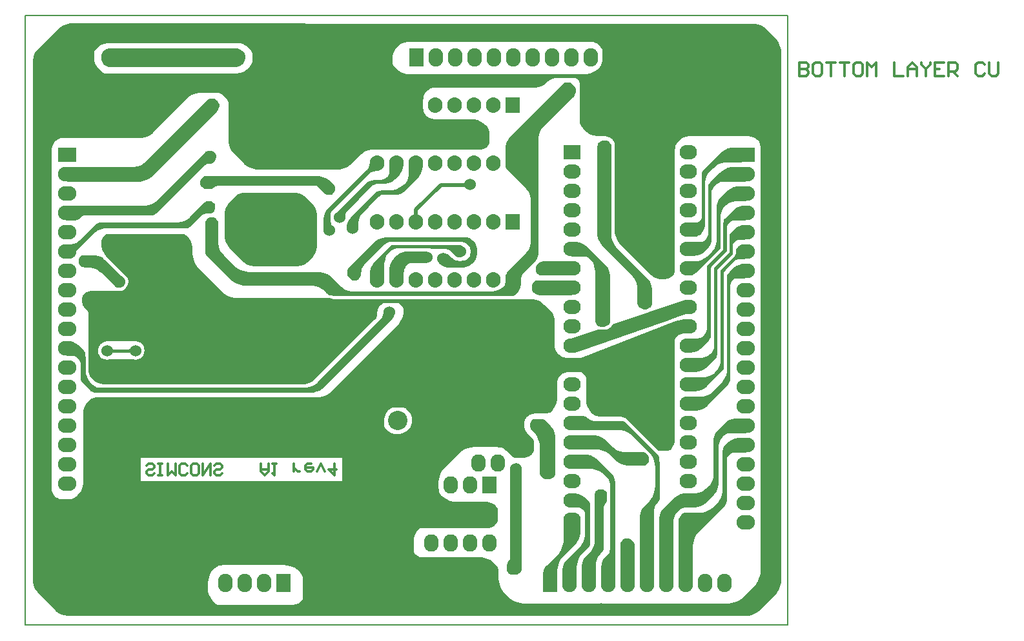
<source format=gbl>
G04 Layer_Physical_Order=2*
G04 Layer_Color=16711680*
%FSLAX25Y25*%
%MOIN*%
G70*
G01*
G75*
%ADD11C,0.02000*%
%ADD12C,0.02200*%
%ADD13C,0.02400*%
%ADD19C,0.01800*%
%ADD20C,0.01600*%
%ADD22C,0.00800*%
%ADD23C,0.01200*%
%ADD24C,0.01400*%
%ADD25C,0.06000*%
%ADD26R,0.07500X0.09500*%
%ADD27O,0.07500X0.09500*%
%ADD28O,0.09500X0.07500*%
%ADD29R,0.09500X0.07500*%
%ADD30O,0.07500X0.08000*%
%ADD31R,0.07500X0.08000*%
%ADD32C,0.07500*%
%ADD33O,0.09000X0.07500*%
%ADD34R,0.09000X0.07500*%
%ADD35O,0.07500X0.09000*%
%ADD36C,0.10000*%
%ADD37R,0.07500X0.09000*%
G36*
X144740Y310800D02*
X376643D01*
X378575Y310416D01*
X380395Y309662D01*
X382032Y308568D01*
X382729Y307871D01*
X382729Y307871D01*
X387271Y303329D01*
X387967Y302632D01*
X389062Y300995D01*
X389816Y299175D01*
X390200Y297243D01*
Y296258D01*
Y22742D01*
Y21757D01*
X389816Y19825D01*
X389062Y18005D01*
X387967Y16367D01*
X387271Y15671D01*
X387271D01*
X387271Y15671D01*
X379329Y7729D01*
X378632Y7033D01*
X376995Y5938D01*
X375175Y5184D01*
X373243Y4800D01*
X162900D01*
Y4700D01*
X70600D01*
Y4600D01*
X21857D01*
X19925Y4984D01*
X18105Y5738D01*
X16467Y6832D01*
X15771Y7529D01*
X6929Y16371D01*
X6233Y17067D01*
X5138Y18705D01*
X4384Y20525D01*
X4000Y22457D01*
Y23442D01*
Y262200D01*
Y266743D01*
Y290858D01*
Y291843D01*
X4384Y293775D01*
X5138Y295595D01*
X6233Y297233D01*
X6929Y297929D01*
Y297929D01*
X16971Y307971D01*
X17668Y308667D01*
X19305Y309762D01*
X21125Y310516D01*
X23057Y310900D01*
X144683D01*
X144740Y310800D01*
D02*
G37*
%LPC*%
G36*
X56454Y146600D02*
X42618D01*
X42093Y146574D01*
X41064Y146369D01*
X40094Y145968D01*
X39221Y145384D01*
X38831Y145031D01*
X38577Y144750D01*
X38156Y144121D01*
X37866Y143421D01*
X37719Y142679D01*
X37700Y142300D01*
Y142001D01*
X37660Y141700D01*
X37722Y141231D01*
X37723Y141211D01*
X37728Y141187D01*
X37818Y140499D01*
X38282Y139380D01*
X38387Y139243D01*
X38785Y138648D01*
X39100Y138300D01*
X39100Y138300D01*
X39323Y138098D01*
X39474Y137997D01*
X39474Y137997D01*
X39476Y137995D01*
X39483Y137991D01*
X39824Y137763D01*
X39934Y137717D01*
X39980Y137682D01*
X41099Y137218D01*
X42300Y137060D01*
X43501Y137218D01*
X43939Y137400D01*
X55502D01*
X55699Y137318D01*
X56900Y137160D01*
X58101Y137318D01*
X59220Y137782D01*
X60181Y138519D01*
X60918Y139480D01*
X61382Y140599D01*
X61540Y141800D01*
X61382Y143001D01*
X61300Y143198D01*
Y143953D01*
X61296Y143972D01*
X61147Y144332D01*
X60931Y144656D01*
X60800Y144800D01*
X60353Y145205D01*
X59351Y145874D01*
X58238Y146335D01*
X57057Y146570D01*
X56454Y146600D01*
D02*
G37*
G36*
X163568Y86400D02*
X59600D01*
Y74402D01*
X163568D01*
Y86400D01*
D02*
G37*
G36*
X194869Y112500D02*
X191121D01*
X190619Y112475D01*
X189635Y112279D01*
X188707Y111895D01*
X187872Y111337D01*
X187500Y111000D01*
X187005Y110454D01*
X186187Y109230D01*
X185623Y107869D01*
X185336Y106425D01*
X185300Y105689D01*
Y103390D01*
X185311Y103156D01*
X185403Y102696D01*
X185582Y102263D01*
X185843Y101874D01*
X186000Y101700D01*
X187345Y100356D01*
X187731Y100006D01*
X188596Y99427D01*
X189558Y99029D01*
X190579Y98826D01*
X191100Y98800D01*
X192730D01*
X193433Y98835D01*
X194811Y99109D01*
X196110Y99647D01*
X197279Y100427D01*
X197800Y100900D01*
X198205Y101347D01*
X198874Y102349D01*
X199335Y103462D01*
X199570Y104643D01*
X199600Y105246D01*
Y107100D01*
X199579Y107526D01*
X199413Y108361D01*
X199087Y109149D01*
X198614Y109857D01*
X198327Y110173D01*
X198327Y110173D01*
X196800Y111700D01*
X196601Y111880D01*
X196156Y112178D01*
X195661Y112382D01*
X195136Y112487D01*
X194869Y112500D01*
D02*
G37*
G36*
X110200Y300600D02*
X43177D01*
X42307Y300557D01*
X40600Y300218D01*
X38992Y299552D01*
X37545Y298585D01*
X36900Y298000D01*
X36608Y297677D01*
X36124Y296954D01*
X35791Y296150D01*
X35621Y295297D01*
X35600Y294862D01*
Y292400D01*
X35629Y291808D01*
X35860Y290648D01*
X36313Y289555D01*
X36970Y288571D01*
X37368Y288132D01*
X37368Y288132D01*
X39200Y286300D01*
X39523Y286007D01*
X40246Y285524D01*
X41050Y285191D01*
X41903Y285021D01*
X42338Y285000D01*
X48800D01*
Y284900D01*
X108158D01*
X109138Y284948D01*
X111061Y285331D01*
X112872Y286081D01*
X114502Y287170D01*
X115229Y287829D01*
X116146Y288746D01*
X116064Y288845D01*
X116616Y289672D01*
X117178Y291027D01*
X117464Y292466D01*
X117500Y293200D01*
Y293513D01*
X117469Y294149D01*
X117221Y295396D01*
X116734Y296571D01*
X116027Y297628D01*
X115600Y298100D01*
X115600Y298100D01*
X115151Y298549D01*
X114641Y299011D01*
X113500Y299773D01*
X112232Y300299D01*
X110886Y300566D01*
X110200Y300600D01*
D02*
G37*
G36*
X292761Y301300D02*
X198277D01*
X197407Y301257D01*
X195700Y300918D01*
X194092Y300252D01*
X192646Y299285D01*
X192000Y298700D01*
X191460Y298104D01*
X190568Y296769D01*
X189953Y295285D01*
X189639Y293709D01*
X189600Y292906D01*
Y291400D01*
X189620Y290998D01*
X189777Y290209D01*
X190085Y289465D01*
X190532Y288796D01*
X190802Y288498D01*
X192400Y286900D01*
X192946Y286405D01*
X194170Y285587D01*
X195531Y285023D01*
X196975Y284736D01*
X197711Y284700D01*
X215800Y284700D01*
X215825Y284678D01*
X215880Y284640D01*
X215942Y284615D01*
X216008Y284602D01*
X216041Y284600D01*
X271764D01*
X271760Y284622D01*
X271816Y284700D01*
X288858D01*
X289838Y284748D01*
X291761Y285131D01*
X293572Y285881D01*
X295202Y286970D01*
X295929Y287629D01*
X295929D01*
X296400Y288100D01*
X296760Y288497D01*
X297355Y289388D01*
X297765Y290377D01*
X297974Y291427D01*
X298000Y291963D01*
Y296916D01*
X297925Y297295D01*
X297619Y298033D01*
X297176Y298697D01*
X296907Y298993D01*
Y298993D01*
X295900Y300000D01*
X295577Y300292D01*
X294854Y300776D01*
X294050Y301109D01*
X293197Y301279D01*
X292761Y301300D01*
D02*
G37*
G36*
X283852Y282700D02*
X274470D01*
X273767Y282665D01*
X272389Y282391D01*
X271090Y281853D01*
X269921Y281072D01*
X269400Y280600D01*
X269400Y280600D01*
X269329Y280529D01*
X269046Y280246D01*
X268633Y279833D01*
X266995Y278738D01*
X265175Y277984D01*
X263243Y277600D01*
X210880D01*
X210411Y277577D01*
X209492Y277394D01*
X208627Y277036D01*
X207848Y276515D01*
X207500Y276200D01*
X207050Y275704D01*
X206306Y274590D01*
X205794Y273354D01*
X205533Y272041D01*
X205500Y271372D01*
Y267163D01*
X205526Y266627D01*
X205735Y265577D01*
X206145Y264588D01*
X206740Y263697D01*
X207100Y263300D01*
X207100Y263300D01*
X207596Y262850D01*
X208710Y262106D01*
X209946Y261594D01*
X211259Y261333D01*
X211928Y261300D01*
X231743D01*
X233675Y260916D01*
X235495Y260162D01*
X237133Y259068D01*
X237829Y258371D01*
X237829Y258371D01*
X237829Y258371D01*
X238557Y257643D01*
X239117Y256804D01*
X239503Y255873D01*
X239700Y254883D01*
Y249746D01*
X239560Y249045D01*
X239287Y248384D01*
X238964Y247901D01*
X238636Y247536D01*
X238636Y247536D01*
X237967Y246867D01*
X237184Y246344D01*
X236314Y245984D01*
X235391Y245800D01*
X180042D01*
X179062Y245752D01*
X177139Y245369D01*
X175328Y244619D01*
X173698Y243530D01*
X172971Y242871D01*
X172971Y242871D01*
Y242871D01*
X168529Y238429D01*
X167833Y237733D01*
X166195Y236638D01*
X164375Y235884D01*
X162443Y235500D01*
X119157D01*
X117225Y235884D01*
X115405Y236638D01*
X113768Y237733D01*
X113071Y238429D01*
X108232Y243267D01*
X108031Y243569D01*
X107132Y244467D01*
X106038Y246105D01*
X105284Y247925D01*
X104900Y249857D01*
Y250842D01*
Y269644D01*
X104882Y270012D01*
X104738Y270735D01*
X104456Y271415D01*
X104048Y272027D01*
X103800Y272300D01*
X102668Y273432D01*
X102229Y273830D01*
X101245Y274487D01*
X100152Y274940D01*
X98992Y275171D01*
X98400Y275200D01*
X90842D01*
X89862Y275152D01*
X87939Y274769D01*
X86128Y274019D01*
X84498Y272930D01*
X83771Y272271D01*
X66029Y254529D01*
X66029D01*
X65333Y253833D01*
X63695Y252738D01*
X61875Y251984D01*
X59943Y251600D01*
X18797D01*
X18395Y251580D01*
X17608Y251424D01*
X16866Y251116D01*
X16198Y250670D01*
X15900Y250400D01*
X15428Y249879D01*
X14647Y248710D01*
X14109Y247411D01*
X13835Y246033D01*
X13800Y245330D01*
Y69656D01*
X13818Y69288D01*
X13962Y68565D01*
X14243Y67885D01*
X14652Y67273D01*
X14900Y67000D01*
X15374Y66526D01*
X15374Y66526D01*
Y66526D01*
X15777Y66160D01*
X16682Y65556D01*
X17688Y65139D01*
X18756Y64927D01*
X19300Y64900D01*
X22213D01*
X22849Y64931D01*
X24096Y65179D01*
X25271Y65666D01*
X26328Y66373D01*
X26800Y66800D01*
X27171Y67171D01*
X27171D01*
X27171Y67171D01*
X27830Y67898D01*
X28919Y69528D01*
X29669Y71339D01*
X30052Y73262D01*
X30100Y74242D01*
Y80000D01*
Y106253D01*
X30000Y106756D01*
Y110332D01*
X30325Y111965D01*
X30962Y113502D01*
X31886Y114886D01*
X32800Y115800D01*
X33228Y116228D01*
X34235Y116901D01*
X35353Y117364D01*
X36540Y117600D01*
X150558D01*
X151538Y117648D01*
X153461Y118031D01*
X155272Y118781D01*
X156902Y119870D01*
X157629Y120529D01*
X157629D01*
X192871Y155771D01*
X193463Y156424D01*
X194440Y157887D01*
X195114Y159512D01*
X195457Y161238D01*
X195500Y162118D01*
X195477Y162587D01*
X195294Y163507D01*
X194935Y164374D01*
X194414Y165154D01*
X194098Y165502D01*
X193800Y165800D01*
X193452Y166115D01*
X192673Y166636D01*
X191808Y166994D01*
X190889Y167177D01*
X190420Y167200D01*
X188884D01*
X188982Y166963D01*
X189024Y166900D01*
X188757Y166400D01*
X188302D01*
X188000Y166440D01*
X187698Y166400D01*
X186014D01*
X185679Y166384D01*
X185023Y166253D01*
X184405Y165997D01*
X183848Y165625D01*
X183600Y165400D01*
X183538Y165339D01*
X183538D01*
X183125Y164882D01*
X182441Y163859D01*
X181970Y162722D01*
X181730Y161515D01*
X181700Y160900D01*
Y160472D01*
X181533Y159632D01*
X181205Y158842D01*
X180730Y158130D01*
X180427Y157827D01*
X149829Y127229D01*
X149829D01*
X149133Y126532D01*
X147495Y125438D01*
X145675Y124684D01*
X143864Y124324D01*
X40736D01*
X38925Y124684D01*
X37105Y125438D01*
X35467Y126532D01*
X34600Y127400D01*
X34600Y127400D01*
X34600Y127400D01*
X34172Y127828D01*
X33499Y128834D01*
X33036Y129953D01*
X32800Y131140D01*
Y131746D01*
Y145031D01*
Y146414D01*
Y160120D01*
X32777Y160589D01*
X32594Y161508D01*
X32236Y162373D01*
X31715Y163152D01*
X31400Y163500D01*
X30461Y164439D01*
X30208Y164691D01*
X29812Y165285D01*
X29539Y165944D01*
X29400Y166643D01*
Y169022D01*
X29531Y169682D01*
X29789Y170303D01*
X30162Y170862D01*
X30757Y171457D01*
X31596Y172017D01*
X32528Y172403D01*
X33517Y172600D01*
X48420D01*
X48889Y172623D01*
X49808Y172806D01*
X50673Y173164D01*
X51452Y173685D01*
X51800Y174000D01*
X52138Y174372D01*
X52695Y175207D01*
X53079Y176135D01*
X53275Y177119D01*
X53300Y177621D01*
Y177800D01*
X53286Y178084D01*
X53175Y178641D01*
X52958Y179166D01*
X52642Y179638D01*
X52552Y179737D01*
X52518Y179820D01*
X51781Y180781D01*
X50820Y181518D01*
X50755Y181545D01*
X42329Y189971D01*
X41633Y190667D01*
X40538Y192305D01*
X39784Y194125D01*
X39400Y196057D01*
Y198399D01*
X39571Y199256D01*
X39905Y200064D01*
X40391Y200791D01*
X40938Y201338D01*
X41497Y201711D01*
X42118Y201969D01*
X42778Y202100D01*
X81638D01*
X82165Y201995D01*
X82662Y201789D01*
X83110Y201490D01*
X83218Y201382D01*
X83571Y201029D01*
X83571Y201029D01*
X83571Y201029D01*
X84267Y200332D01*
X85362Y198695D01*
X86116Y196875D01*
X86500Y194943D01*
Y191642D01*
X86548Y190662D01*
X86931Y188739D01*
X87681Y186928D01*
X88770Y185298D01*
X89429Y184571D01*
X102171Y171829D01*
X102898Y171170D01*
X104528Y170081D01*
X106339Y169331D01*
X108262Y168948D01*
X109242Y168900D01*
X157056D01*
X157088Y168894D01*
X157120Y168900D01*
X157157D01*
X157975Y168792D01*
X158397Y168617D01*
X158541Y168521D01*
X158727Y168444D01*
X158924Y168405D01*
X159024Y168400D01*
X159223D01*
X159268Y168391D01*
X215293D01*
X215866Y168316D01*
X215908Y168318D01*
X216159Y168269D01*
X250891D01*
X251048Y168300D01*
X251209D01*
X251712Y168400D01*
X261943D01*
X263875Y168016D01*
X265695Y167262D01*
X267333Y166167D01*
X268029Y165471D01*
X268029Y165471D01*
X271952Y161548D01*
X272662Y160486D01*
X273151Y159305D01*
X273400Y158052D01*
Y157413D01*
Y144100D01*
X273426Y143579D01*
X273629Y142558D01*
X274027Y141596D01*
X274606Y140731D01*
X274956Y140344D01*
Y140344D01*
X274956Y140344D01*
X275300Y140000D01*
X275309Y139991D01*
X275797Y139550D01*
X276909Y138806D01*
X278146Y138294D01*
X279459Y138033D01*
X280128Y138000D01*
X287127D01*
X335800Y157200D01*
X340000Y158000D01*
X342731D01*
X343070Y157632D01*
X342500Y150600D01*
X340021D01*
X339519Y150575D01*
X338535Y150380D01*
X337607Y149995D01*
X336772Y149437D01*
X336400Y149100D01*
X336130Y148802D01*
X335684Y148134D01*
X335376Y147392D01*
X335220Y146605D01*
X335200Y146203D01*
Y95287D01*
Y94648D01*
X334951Y93395D01*
X334462Y92214D01*
X333752Y91152D01*
X333300Y90700D01*
X333110Y90510D01*
X332662Y90211D01*
X332165Y90005D01*
X331638Y89900D01*
X327886D01*
X327466Y89983D01*
X327071Y90147D01*
X326715Y90385D01*
X326564Y90536D01*
Y90536D01*
X311239Y105861D01*
X310782Y106275D01*
X309759Y106959D01*
X308622Y107430D01*
X307415Y107670D01*
X306800Y107700D01*
X296240D01*
X295053Y107936D01*
X293934Y108399D01*
X292928Y109072D01*
X292500Y109500D01*
X292500Y109500D01*
Y109500D01*
X291858Y110142D01*
X290849Y111652D01*
X290154Y113330D01*
X289800Y115110D01*
Y116018D01*
Y126462D01*
X289779Y126897D01*
X289609Y127750D01*
X289276Y128554D01*
X288792Y129277D01*
X288500Y129600D01*
X288500Y129600D01*
X288227Y129848D01*
X288129Y129913D01*
X287615Y130256D01*
X286935Y130538D01*
X286212Y130682D01*
X285844Y130700D01*
X280163D01*
X279627Y130674D01*
X278577Y130465D01*
X277588Y130055D01*
X276697Y129460D01*
X276300Y129100D01*
X275918Y128678D01*
X275285Y127732D01*
X274850Y126681D01*
X274628Y125565D01*
X274600Y124996D01*
Y117542D01*
Y116557D01*
X274216Y114625D01*
X273462Y112805D01*
X272368Y111168D01*
X271671Y110471D01*
X271671Y110471D01*
X271310Y110110D01*
X270862Y109811D01*
X270365Y109605D01*
X269838Y109500D01*
X264111D01*
X263375Y109464D01*
X261931Y109177D01*
X260571Y108613D01*
X259346Y107795D01*
X258800Y107300D01*
X258553Y107027D01*
X258143Y106415D01*
X257862Y105735D01*
X257718Y105013D01*
X257700Y104644D01*
Y102800D01*
X257726Y102279D01*
X257929Y101258D01*
X258327Y100296D01*
X258906Y99431D01*
X259256Y99044D01*
Y99044D01*
X259256Y99044D01*
X261400Y96900D01*
X261733Y96567D01*
X262256Y95784D01*
X262616Y94914D01*
X262800Y93991D01*
Y90948D01*
X262624Y90062D01*
X262278Y89227D01*
X261801Y88514D01*
X261456Y88156D01*
Y88156D01*
X261015Y87715D01*
X259977Y87021D01*
X258823Y86544D01*
X257599Y86300D01*
X253315D01*
X252755Y86411D01*
X252228Y86630D01*
X251921Y86834D01*
X251552Y87148D01*
X251552Y87149D01*
X251552Y87148D01*
X249000Y89700D01*
X248454Y90195D01*
X247230Y91013D01*
X245869Y91577D01*
X244425Y91864D01*
X243689Y91900D01*
X231342D01*
X230362Y91852D01*
X228439Y91469D01*
X226628Y90719D01*
X224998Y89630D01*
X224271Y88971D01*
X224271Y88971D01*
Y88971D01*
X216429Y81129D01*
X215770Y80402D01*
X214681Y78772D01*
X213931Y76961D01*
X213548Y75038D01*
X213500Y74058D01*
Y70663D01*
X213526Y70127D01*
X213735Y69077D01*
X214145Y68088D01*
X214740Y67197D01*
X215100Y66800D01*
X215100Y66800D01*
X215271Y66629D01*
X215998Y65970D01*
X217628Y64881D01*
X219439Y64131D01*
X221362Y63748D01*
X222342Y63700D01*
X238321D01*
X239838Y63398D01*
X241267Y62806D01*
X242553Y61947D01*
X243100Y61400D01*
X243314Y61186D01*
X243650Y60683D01*
X243882Y60123D01*
X244000Y59530D01*
Y54265D01*
X243858Y53552D01*
X243580Y52881D01*
X243176Y52276D01*
X242300Y51400D01*
X241991Y51091D01*
X241264Y50605D01*
X240456Y50271D01*
X239599Y50100D01*
X203941D01*
X203298Y49670D01*
X203000Y49400D01*
X202863Y49263D01*
Y49263D01*
X202354Y48701D01*
X201512Y47442D01*
X200933Y46043D01*
X200637Y44557D01*
X200600Y43800D01*
Y38290D01*
X200611Y38056D01*
X200703Y37596D01*
X200882Y37163D01*
X201143Y36774D01*
X201300Y36600D01*
X201300Y36600D01*
X201722Y36217D01*
X202668Y35585D01*
X203719Y35150D01*
X204835Y34928D01*
X205404Y34900D01*
X236174D01*
X238087Y34519D01*
X239889Y33773D01*
X241510Y32690D01*
X242723Y31477D01*
X243545Y30247D01*
X243671Y29944D01*
X243864Y29883D01*
X244129Y29486D01*
X244375Y28892D01*
X244500Y28262D01*
Y23742D01*
X244548Y22762D01*
X244931Y20839D01*
X245681Y19028D01*
X246770Y17398D01*
X247429Y16671D01*
X249971Y14129D01*
X250698Y13470D01*
X252328Y12381D01*
X254139Y11631D01*
X256062Y11248D01*
X257042Y11200D01*
X363358D01*
X364338Y11248D01*
X366261Y11631D01*
X368072Y12381D01*
X369702Y13470D01*
X370429Y14129D01*
X370429D01*
X376671Y20371D01*
X377330Y21098D01*
X378419Y22728D01*
X379169Y24539D01*
X379552Y26462D01*
X379600Y27442D01*
Y246023D01*
X379557Y246893D01*
X379218Y248600D01*
X378552Y250208D01*
D01*
X378552Y250208D01*
X377933Y250768D01*
X376546Y251695D01*
X375005Y252334D01*
X373369Y252659D01*
X372535Y252700D01*
X343577D01*
X342707Y252657D01*
X341000Y252318D01*
X339392Y251652D01*
X337946Y250685D01*
X337300Y250100D01*
X336895Y249653D01*
X336226Y248651D01*
X335765Y247538D01*
X335530Y246357D01*
X335500Y245754D01*
Y183639D01*
Y183201D01*
X335329Y182344D01*
X334995Y181536D01*
X334509Y180809D01*
X334200Y180500D01*
X333772Y180072D01*
X332765Y179399D01*
X331647Y178936D01*
X330460Y178700D01*
X327995D01*
X326346Y179028D01*
X324792Y179671D01*
X323394Y180605D01*
X322800Y181200D01*
X307429Y196571D01*
X306733Y197267D01*
X305638Y198905D01*
X304884Y200725D01*
X304500Y202657D01*
Y203642D01*
Y248100D01*
X304483Y248455D01*
X304344Y249151D01*
X304072Y249807D01*
X303678Y250397D01*
X303439Y250661D01*
X303200Y250900D01*
X302778Y251283D01*
X301832Y251915D01*
X300781Y252350D01*
X299665Y252572D01*
X299096Y252600D01*
X295257D01*
X293325Y252984D01*
X291505Y253738D01*
X289867Y254833D01*
X289171Y255529D01*
X287877Y256823D01*
X287055Y258053D01*
X286489Y259420D01*
X286200Y260872D01*
Y261611D01*
Y272400D01*
X286300Y272400D01*
Y279686D01*
X286284Y280020D01*
X286153Y280677D01*
X285897Y281295D01*
X285525Y281852D01*
X285300Y282100D01*
X285151Y282235D01*
X284817Y282458D01*
X284446Y282612D01*
X284052Y282690D01*
X283852Y282700D01*
D02*
G37*
G36*
X134158Y30900D02*
X101846D01*
X101243Y30870D01*
X100062Y30635D01*
X98949Y30174D01*
X97947Y29505D01*
X97500Y29100D01*
X97429Y29029D01*
Y29029D01*
X96770Y28302D01*
X95681Y26672D01*
X94931Y24861D01*
X94548Y22938D01*
X94500Y21958D01*
Y17801D01*
X94831Y16139D01*
X95581Y14328D01*
X96670Y12698D01*
X97329Y11971D01*
X97800Y11500D01*
X98098Y11230D01*
X98766Y10784D01*
X99508Y10476D01*
X100295Y10320D01*
X100697Y10300D01*
X137389D01*
X138125Y10336D01*
X139569Y10623D01*
X140929Y11187D01*
X142154Y12005D01*
X142700Y12500D01*
X142835Y12649D01*
X143058Y12983D01*
X143212Y13354D01*
X143290Y13748D01*
X143300Y13949D01*
Y13957D01*
Y14942D01*
Y24203D01*
X143280Y24604D01*
X143124Y25392D01*
X142816Y26134D01*
X142370Y26802D01*
X142100Y27100D01*
X141229Y27971D01*
X141229Y27971D01*
X140502Y28630D01*
X138872Y29719D01*
X137061Y30469D01*
X135138Y30852D01*
X134158Y30900D01*
D02*
G37*
%LPD*%
G36*
X110398Y297843D02*
X111144Y297534D01*
X111750Y297128D01*
X112100Y296800D01*
X112100Y296800D01*
X112100Y296800D01*
X112845Y296055D01*
X113215Y295501D01*
X113470Y294886D01*
X113600Y294233D01*
Y293900D01*
X113600Y293900D01*
X113600D01*
Y292594D01*
X113443Y291802D01*
X113134Y291056D01*
X112685Y290385D01*
X112400Y290100D01*
X112020Y289720D01*
X111125Y289122D01*
X110131Y288710D01*
X109075Y288500D01*
X43086D01*
X42360Y288644D01*
X41677Y288927D01*
X41164Y289270D01*
X40800Y289600D01*
X40800Y289600D01*
Y289600D01*
X40463Y289951D01*
X40005Y290636D01*
X39671Y291444D01*
X39505Y292277D01*
X39500Y292739D01*
X39500Y293200D01*
Y294761D01*
X39602Y295275D01*
X39802Y295758D01*
X40093Y296193D01*
X40800Y296900D01*
X41061Y297162D01*
X41677Y297573D01*
X42360Y297856D01*
X43086Y298000D01*
X109607D01*
X110398Y297843D01*
D02*
G37*
G36*
X296075Y97616D02*
X297895Y96862D01*
X299533Y95767D01*
X303071Y92229D01*
X303798Y91570D01*
X305428Y90481D01*
X307239Y89731D01*
X309162Y89348D01*
X310142Y89300D01*
X319361D01*
X319691Y89234D01*
X320002Y89106D01*
X320255Y88936D01*
X321263Y87928D01*
X321615Y87401D01*
X321870Y86786D01*
X322000Y86133D01*
Y84639D01*
X321934Y84309D01*
X321806Y83999D01*
X321619Y83719D01*
X320793Y82893D01*
X320358Y82602D01*
X319875Y82402D01*
X319361Y82300D01*
X310926D01*
X309013Y82680D01*
X307211Y83427D01*
X305590Y84510D01*
X302429Y87671D01*
X302429Y87671D01*
X301702Y88330D01*
X300072Y89419D01*
X298261Y90169D01*
X296338Y90552D01*
X295358Y90600D01*
X282100D01*
X282005Y97644D01*
X282356Y98000D01*
X294143D01*
X296075Y97616D01*
D02*
G37*
G36*
X267214Y106316D02*
X268084Y105956D01*
X268863Y105436D01*
X269200Y105100D01*
X269200Y105100D01*
X269536Y104764D01*
X271467Y102832D01*
X272562Y101195D01*
X273316Y99375D01*
X273700Y97443D01*
Y96458D01*
X273700Y96458D01*
X273700D01*
Y78262D01*
X273607Y77796D01*
X273425Y77356D01*
X273298Y77166D01*
X272993Y76793D01*
X272993D01*
X272993Y76793D01*
X272300Y76100D01*
X272110Y75910D01*
X271662Y75611D01*
X271165Y75405D01*
X270638Y75300D01*
X268978D01*
X268318Y75431D01*
X267697Y75689D01*
X267266Y75977D01*
X266900Y76300D01*
X266661Y76539D01*
X266546Y76653D01*
X266408Y76792D01*
X266012Y77385D01*
X265739Y78044D01*
X265621Y78638D01*
X265600Y79100D01*
X265600Y79100D01*
Y92558D01*
X265552Y93538D01*
X265169Y95461D01*
X264419Y97272D01*
X263330Y98902D01*
X262671Y99629D01*
X262671Y99629D01*
X261700Y100600D01*
X261486Y100814D01*
X261150Y101317D01*
X260918Y101876D01*
X260832Y102311D01*
X260800Y102773D01*
X260800Y102773D01*
Y104133D01*
X260930Y104786D01*
X261185Y105401D01*
X261555Y105955D01*
X261790Y106190D01*
X261790D01*
X261800Y106200D01*
X261871Y106271D01*
X262039Y106383D01*
X262226Y106461D01*
X262423Y106500D01*
X266291D01*
X267214Y106316D01*
D02*
G37*
G36*
X190716Y161974D02*
X190841Y161922D01*
X190952Y161848D01*
X191000Y161800D01*
Y161277D01*
X190796Y160251D01*
X190395Y159284D01*
X189814Y158414D01*
X189444Y158044D01*
X153963Y122563D01*
X153425Y122025D01*
X152159Y121179D01*
X150753Y120597D01*
X149261Y120300D01*
X35462D01*
X34935Y120405D01*
X34438Y120611D01*
X34171Y120789D01*
X33800Y121100D01*
X33800Y121100D01*
X33800Y121100D01*
X29873Y125027D01*
X29570Y125330D01*
X29095Y126042D01*
X28767Y126832D01*
X28600Y127672D01*
Y134944D01*
X28582Y135312D01*
X28438Y136035D01*
X28157Y136715D01*
X27747Y137327D01*
X27500Y137600D01*
X27103Y137960D01*
X26212Y138555D01*
X25223Y138965D01*
X24173Y139174D01*
X23637Y139200D01*
X21300D01*
X21015Y146239D01*
X21361Y146600D01*
X22743D01*
X24675Y146216D01*
X26495Y145462D01*
X28133Y144368D01*
X28829Y143671D01*
X28829Y143671D01*
X28829Y143671D01*
X29804Y142696D01*
X30439Y141745D01*
X30877Y140689D01*
X31100Y139567D01*
Y132042D01*
X31148Y131062D01*
X31531Y129139D01*
X32281Y127328D01*
X33370Y125698D01*
X34029Y124971D01*
X34600Y124400D01*
X35047Y123995D01*
X36049Y123326D01*
X37162Y122865D01*
X38343Y122630D01*
X38946Y122600D01*
X144058D01*
X145038Y122648D01*
X146961Y123031D01*
X148772Y123781D01*
X150402Y124870D01*
X151129Y125529D01*
X151129D01*
X183161Y157562D01*
X183575Y158018D01*
X184259Y159041D01*
X184730Y160178D01*
X184970Y161385D01*
X185000Y162000D01*
X190584D01*
X190716Y161974D01*
D02*
G37*
G36*
X340984Y167637D02*
X342510Y160991D01*
X342199Y160600D01*
X341000D01*
X336277Y158952D01*
X335495Y158802D01*
X335352Y158745D01*
X335201Y158718D01*
X332087Y157489D01*
X284049Y140722D01*
X283608Y140958D01*
X281800Y148000D01*
X295996Y152804D01*
X296010Y152798D01*
X296168Y152767D01*
X296316Y152705D01*
X296844Y152600D01*
X297005D01*
X297162Y152569D01*
X299014D01*
X299172Y152600D01*
X299332D01*
X300058Y152744D01*
X300207Y152806D01*
X300364Y152837D01*
X301048Y153120D01*
X301181Y153209D01*
X301330Y153271D01*
X301945Y153682D01*
X302058Y153796D01*
X302192Y153885D01*
X302453Y154146D01*
X302453Y154147D01*
X302620Y154313D01*
X302709Y154446D01*
X302823Y154560D01*
X303084Y154952D01*
X303146Y155100D01*
X303235Y155234D01*
X303245Y155257D01*
X340547Y167880D01*
X340984Y167637D01*
D02*
G37*
G36*
X286475Y197616D02*
X288295Y196862D01*
X289932Y195767D01*
X290629Y195071D01*
X299071Y186629D01*
X299071Y186629D01*
X299767Y185933D01*
X300862Y184295D01*
X301616Y182475D01*
X302000Y180543D01*
Y179558D01*
Y156755D01*
X301908Y156293D01*
X301728Y155858D01*
X301466Y155466D01*
X301300Y155300D01*
X301038Y155038D01*
X300423Y154627D01*
X299740Y154344D01*
X299014Y154200D01*
X297162D01*
X296635Y154305D01*
X296138Y154511D01*
X295690Y154810D01*
X295500Y155000D01*
X295402Y155098D01*
X295116Y155384D01*
X294667Y156056D01*
X294358Y156803D01*
X294200Y157596D01*
Y158000D01*
Y183064D01*
X294159Y183901D01*
X293832Y185542D01*
X293192Y187088D01*
X292263Y188479D01*
X291700Y189100D01*
X291700Y189100D01*
X291352Y189415D01*
X290573Y189936D01*
X289708Y190294D01*
X288789Y190477D01*
X288320Y190500D01*
X282100D01*
X281814Y197639D01*
X282161Y198000D01*
X284543D01*
X286475Y197616D01*
D02*
G37*
G36*
X372000Y179617D02*
X371800Y179200D01*
X367331D01*
X367064Y179187D01*
X366539Y179082D01*
X366044Y178877D01*
X365599Y178580D01*
X365400Y178400D01*
X365085Y178052D01*
X364564Y177273D01*
X364206Y176408D01*
X364023Y175489D01*
X364000Y175020D01*
Y127039D01*
Y126601D01*
X363829Y125744D01*
X363495Y124936D01*
X363042Y124258D01*
X362700Y123900D01*
X362700D01*
X362700Y123900D01*
X352329Y113529D01*
X351632Y112832D01*
X349995Y111738D01*
X348175Y110984D01*
X346243Y110600D01*
X342200D01*
Y118000D01*
X349006D01*
X349809Y118040D01*
X351384Y118353D01*
X352869Y118968D01*
X354204Y119860D01*
X354800Y120400D01*
Y120400D01*
X359371Y124971D01*
X360030Y125698D01*
X361119Y127328D01*
X361869Y129139D01*
X362252Y131062D01*
X362300Y132042D01*
Y179020D01*
Y179491D01*
X362484Y180414D01*
X362844Y181284D01*
X363367Y182067D01*
X363700Y182400D01*
Y182400D01*
X365844Y184544D01*
X367426Y185601D01*
X369183Y186329D01*
X371049Y186700D01*
X372000D01*
Y179617D01*
D02*
G37*
G36*
X371800Y199683D02*
X371737Y199534D01*
X371534Y199286D01*
X371406Y199200D01*
X368773D01*
X368472Y199185D01*
X367881Y199068D01*
X367324Y198837D01*
X366823Y198503D01*
X366600Y198300D01*
X366307Y197977D01*
X365824Y197254D01*
X365491Y196450D01*
X365321Y195597D01*
X365300Y195161D01*
Y193193D01*
X365142Y192402D01*
X364834Y191656D01*
X364456Y191091D01*
X357970Y184605D01*
X357899Y184499D01*
X357795Y184395D01*
X357684Y184272D01*
X357500Y183997D01*
X357373Y183691D01*
X357308Y183366D01*
X357300Y183200D01*
Y183111D01*
X357253Y182875D01*
Y139649D01*
X357156Y139160D01*
X356873Y138477D01*
X356530Y137963D01*
X356200Y137600D01*
Y137600D01*
X351432Y132833D01*
X349795Y131738D01*
X347975Y130984D01*
X346043Y130600D01*
X342500D01*
X342120Y137637D01*
X342463Y138000D01*
X348123D01*
X348993Y138043D01*
X350700Y138382D01*
X352308Y139048D01*
X353754Y140015D01*
X354400Y140600D01*
X354670Y140898D01*
X355116Y141566D01*
X355424Y142308D01*
X355580Y143096D01*
X355600Y143497D01*
Y182183D01*
X355653Y182449D01*
Y182610D01*
X355684Y182768D01*
Y184039D01*
X355770Y184469D01*
X355794Y184526D01*
X356037Y184890D01*
X363192Y192046D01*
X363388Y192339D01*
X363546Y192575D01*
X363560Y192609D01*
X363560Y192609D01*
X363560Y192609D01*
X363620Y192908D01*
X363684Y193233D01*
X363684Y193234D01*
X363684Y193234D01*
Y193459D01*
X363747Y193774D01*
Y201366D01*
X363818Y201724D01*
X364050Y202283D01*
X364386Y202786D01*
X364600Y203000D01*
X364600D01*
X366414Y204814D01*
X367797Y205738D01*
X369335Y206375D01*
X370968Y206700D01*
X371800D01*
Y199683D01*
D02*
G37*
G36*
X298356Y69961D02*
X299015Y69688D01*
X299502Y69362D01*
X299861Y69039D01*
X299861Y69039D01*
X299861Y69039D01*
X300196Y68678D01*
X300367Y68422D01*
X300378Y68396D01*
Y64178D01*
X300328Y64058D01*
X300066Y63666D01*
X299900Y63500D01*
X299630Y63202D01*
X299184Y62534D01*
X298876Y61792D01*
X298720Y61005D01*
X298700Y60603D01*
Y40297D01*
Y39893D01*
X298542Y39102D01*
X298234Y38356D01*
X297785Y37685D01*
X297500Y37400D01*
X296870Y36705D01*
X295829Y35147D01*
X295112Y33415D01*
X294746Y31577D01*
X294700Y30640D01*
Y21500D01*
X287300D01*
Y29258D01*
Y30243D01*
X287684Y32175D01*
X288438Y33995D01*
X289532Y35633D01*
X290229Y36329D01*
Y36329D01*
X291700Y37800D01*
X292195Y38346D01*
X293013Y39571D01*
X293577Y40931D01*
X293864Y42375D01*
X293900Y43111D01*
Y67169D01*
Y67438D01*
X294005Y67965D01*
X294211Y68462D01*
X294510Y68910D01*
X294938Y69338D01*
X295497Y69711D01*
X296118Y69969D01*
X296778Y70100D01*
X297657D01*
X298356Y69961D01*
D02*
G37*
G36*
X254407Y83508D02*
X254842Y83328D01*
X255234Y83066D01*
X255400Y82900D01*
X255638Y82662D01*
X256011Y82103D01*
X256269Y81482D01*
X256400Y80822D01*
Y80486D01*
Y29273D01*
Y28970D01*
X256282Y28376D01*
X256050Y27817D01*
X255714Y27314D01*
X255500Y27100D01*
X255290Y26890D01*
Y26890D01*
X255055Y26655D01*
X254501Y26285D01*
X253886Y26030D01*
X253233Y25900D01*
X250931D01*
X250667Y25953D01*
X250419Y26055D01*
X250195Y26205D01*
X250100Y26300D01*
X249478Y26922D01*
X249478D01*
X249293Y27107D01*
X249002Y27542D01*
X248802Y28025D01*
X248700Y28538D01*
Y28800D01*
Y30461D01*
Y30899D01*
X248871Y31756D01*
X249205Y32564D01*
X249691Y33291D01*
X250000Y33600D01*
X250090Y33699D01*
X250239Y33922D01*
X250341Y34169D01*
X250393Y34432D01*
X250400Y34566D01*
Y80910D01*
Y81145D01*
X250492Y81607D01*
X250672Y82042D01*
X250934Y82434D01*
X251100Y82600D01*
X251338Y82838D01*
X251897Y83211D01*
X252518Y83469D01*
X253178Y83600D01*
X253945D01*
X254407Y83508D01*
D02*
G37*
G36*
X288882Y107869D02*
X289503Y107611D01*
X290062Y107238D01*
X290300Y107000D01*
X290722Y106617D01*
X291668Y105985D01*
X292719Y105550D01*
X293835Y105328D01*
X294404Y105300D01*
X308245D01*
X308707Y105208D01*
X309142Y105028D01*
X309534Y104766D01*
X309700Y104600D01*
X309700Y104600D01*
X324871Y89429D01*
X325568Y88732D01*
X326662Y87095D01*
X327416Y85275D01*
X327800Y83343D01*
Y82358D01*
Y66300D01*
Y65872D01*
X327633Y65032D01*
X327305Y64242D01*
X326830Y63530D01*
X326527Y63227D01*
X326116Y62774D01*
X325437Y61757D01*
X324969Y60627D01*
X324730Y59427D01*
X324700Y58816D01*
Y20900D01*
X317717D01*
X317300Y21100D01*
Y55058D01*
Y56043D01*
X317684Y57975D01*
X318438Y59795D01*
X319532Y61432D01*
X320229Y62129D01*
Y62129D01*
X322271Y64171D01*
X322930Y64898D01*
X324019Y66528D01*
X324769Y68339D01*
X325152Y70262D01*
X325200Y71242D01*
Y82058D01*
X325152Y83038D01*
X324769Y84961D01*
X324019Y86772D01*
X322930Y88402D01*
X322848Y88492D01*
X322619Y88835D01*
X322506Y88948D01*
X322416Y89082D01*
X321409Y90090D01*
X321275Y90179D01*
X321161Y90293D01*
X320998Y90402D01*
X313629Y97771D01*
X312902Y98430D01*
X311272Y99519D01*
X309461Y100269D01*
X307538Y100652D01*
X306558Y100700D01*
X282400D01*
X282305Y107644D01*
X282656Y108000D01*
X288222D01*
X288882Y107869D01*
D02*
G37*
G36*
X311756Y44661D02*
X312415Y44388D01*
X312902Y44062D01*
X313261Y43739D01*
X313261Y43739D01*
X313596Y43404D01*
X313709Y43291D01*
X314195Y42564D01*
X314529Y41756D01*
X314700Y40899D01*
Y40462D01*
X314700Y40462D01*
X314700D01*
Y21261D01*
X314339Y20915D01*
X307300Y21200D01*
Y41203D01*
Y41607D01*
X307457Y42398D01*
X307766Y43144D01*
X308215Y43815D01*
X308500Y44100D01*
X308666Y44266D01*
X309058Y44528D01*
X309493Y44708D01*
X309955Y44800D01*
X311057D01*
X311756Y44661D01*
D02*
G37*
G36*
X286800Y47657D02*
X286416Y45725D01*
X285662Y43905D01*
X284567Y42268D01*
X283871Y41571D01*
X277729Y35429D01*
Y35429D01*
X277070Y34702D01*
X275981Y33072D01*
X275231Y31261D01*
X274848Y29338D01*
X274800Y28358D01*
Y20482D01*
X274348Y20267D01*
X267300Y26000D01*
Y26666D01*
X267560Y27972D01*
X268069Y29202D01*
X268809Y30309D01*
X269280Y30780D01*
X274971Y36471D01*
X274971D01*
X274971Y36471D01*
X275630Y37198D01*
X276719Y38828D01*
X277469Y40639D01*
X277852Y42562D01*
X277900Y43542D01*
Y53953D01*
X277901Y53957D01*
X277977Y54121D01*
X278141Y54400D01*
X286800D01*
Y47657D01*
D02*
G37*
G36*
X372200Y89200D02*
X366680D01*
X366211Y89177D01*
X365292Y88994D01*
X364427Y88636D01*
X363648Y88115D01*
X363300Y87800D01*
X363053Y87527D01*
X362644Y86915D01*
X362362Y86235D01*
X362218Y85513D01*
X362200Y85144D01*
Y64438D01*
Y64001D01*
X362029Y63144D01*
X361695Y62336D01*
X361242Y61658D01*
X360900Y61300D01*
X360900D01*
X360900Y61300D01*
X347729Y48129D01*
X347070Y47402D01*
X345981Y45772D01*
X345231Y43961D01*
X344848Y42038D01*
X344800Y41058D01*
Y21277D01*
X344426Y20945D01*
X337300Y21800D01*
Y53137D01*
Y53675D01*
X337510Y54731D01*
X337922Y55725D01*
X338520Y56620D01*
X338900Y57000D01*
X339161Y57262D01*
X339777Y57673D01*
X340460Y57956D01*
X341186Y58100D01*
X348258D01*
X349238Y58148D01*
X351161Y58531D01*
X352972Y59281D01*
X354602Y60370D01*
X355329Y61029D01*
X355329D01*
X357300Y63000D01*
X357930Y63695D01*
X358971Y65253D01*
X359688Y66985D01*
X360054Y68823D01*
X360100Y69760D01*
Y89296D01*
Y89868D01*
X360323Y90989D01*
X360761Y92045D01*
X361396Y92996D01*
X361800Y93400D01*
X361800D01*
X362071Y93671D01*
X362768Y94367D01*
X364405Y95462D01*
X366225Y96216D01*
X368157Y96600D01*
X372200D01*
Y89200D01*
D02*
G37*
G36*
Y99200D02*
X364363D01*
X363827Y99174D01*
X362777Y98965D01*
X361788Y98555D01*
X360897Y97960D01*
X360500Y97600D01*
X359938Y96979D01*
X359008Y95588D01*
X358367Y94042D01*
X358041Y92401D01*
X358000Y91565D01*
Y73842D01*
Y72857D01*
X357616Y70925D01*
X356862Y69105D01*
X355767Y67467D01*
X355071Y66771D01*
X355071D01*
X355071Y66771D01*
X351132Y62832D01*
X349495Y61738D01*
X347675Y60984D01*
X345743Y60600D01*
X340780D01*
X340311Y60577D01*
X339392Y60394D01*
X338527Y60036D01*
X337748Y59515D01*
X337400Y59200D01*
X336792Y58530D01*
X335788Y57027D01*
X335097Y55358D01*
X334744Y53585D01*
X334700Y52682D01*
Y21856D01*
X334344Y21505D01*
X327300Y21600D01*
Y53958D01*
Y54943D01*
X327684Y56875D01*
X328438Y58695D01*
X329533Y60333D01*
X330229Y61029D01*
Y61029D01*
X334967Y65768D01*
X336605Y66862D01*
X338425Y67616D01*
X340357Y68000D01*
X345058D01*
X346038Y68048D01*
X347961Y68431D01*
X349772Y69181D01*
X351402Y70270D01*
X352129Y70929D01*
X352129D01*
X353200Y72000D01*
X353673Y72521D01*
X354453Y73690D01*
X354991Y74989D01*
X355265Y76367D01*
X355300Y77070D01*
Y95000D01*
Y95832D01*
X355625Y97465D01*
X356262Y99002D01*
X357186Y100386D01*
X360900Y104100D01*
X361518Y104718D01*
X362972Y105690D01*
X364588Y106359D01*
X366303Y106700D01*
X372200D01*
Y99200D01*
D02*
G37*
G36*
X291975Y87616D02*
X293795Y86862D01*
X295432Y85768D01*
X296129Y85071D01*
X302100Y79100D01*
X302100Y79100D01*
X302718Y78482D01*
X303690Y77028D01*
X304359Y75412D01*
X304700Y73697D01*
Y72823D01*
Y21400D01*
X297661Y21115D01*
X297300Y21461D01*
Y28858D01*
Y29843D01*
X297684Y31775D01*
X298438Y33595D01*
X299533Y35232D01*
X300800Y36500D01*
X300800D01*
X300800Y36500D01*
X301070Y36798D01*
X301117Y36869D01*
X301516Y37466D01*
X301824Y38208D01*
X301980Y38996D01*
X302000Y39397D01*
Y64133D01*
X302009Y64178D01*
Y66366D01*
X302040Y66600D01*
X302009Y66834D01*
Y68396D01*
X302000Y68441D01*
Y72720D01*
X301977Y73189D01*
X301794Y74108D01*
X301436Y74973D01*
X300915Y75752D01*
X300600Y76100D01*
X299029Y77671D01*
X299029Y77671D01*
X298302Y78330D01*
X296672Y79419D01*
X294861Y80169D01*
X292938Y80552D01*
X291958Y80600D01*
X281900D01*
Y88000D01*
X290043D01*
X291975Y87616D01*
D02*
G37*
G36*
X285775Y67616D02*
X287595Y66862D01*
X289232Y65768D01*
X289929Y65071D01*
X289929Y65071D01*
X291000Y64000D01*
X291190Y63810D01*
X291489Y63362D01*
X291695Y62865D01*
X291800Y62338D01*
Y41847D01*
X291721Y41451D01*
X291567Y41078D01*
X291499Y40976D01*
X291200Y40600D01*
X291200D01*
X291200Y40600D01*
X287729Y37129D01*
X287070Y36402D01*
X285981Y34772D01*
X285231Y32961D01*
X284848Y31038D01*
X284800Y30058D01*
Y21600D01*
X277300D01*
Y28343D01*
X277684Y30275D01*
X278438Y32095D01*
X279533Y33733D01*
X280229Y34429D01*
Y34429D01*
X286313Y40513D01*
X286918Y41180D01*
X287917Y42675D01*
X288605Y44337D01*
X288956Y46101D01*
X289000Y47000D01*
Y57186D01*
X288984Y57520D01*
X288853Y58177D01*
X288597Y58795D01*
X288225Y59352D01*
X288000Y59600D01*
X287752Y59825D01*
X287195Y60197D01*
X286577Y60453D01*
X285920Y60584D01*
X285586Y60600D01*
X282300D01*
Y67759D01*
X282579Y67923D01*
X282743Y67999D01*
X282747Y68000D01*
X283843D01*
X285775Y67616D01*
D02*
G37*
G36*
X300240Y250356D02*
X300923Y250073D01*
X301538Y249661D01*
X301800Y249400D01*
X302014Y249186D01*
X302350Y248683D01*
X302582Y248124D01*
X302700Y247530D01*
Y247227D01*
Y201842D01*
X302748Y200862D01*
X303131Y198939D01*
X303881Y197128D01*
X304970Y195498D01*
X305629Y194771D01*
X320771Y179629D01*
X321467Y178932D01*
X322562Y177295D01*
X323316Y175475D01*
X323700Y173543D01*
Y166215D01*
X323589Y165655D01*
X323370Y165128D01*
X323166Y164821D01*
X322851Y164452D01*
X322600Y164200D01*
X322498Y164098D01*
X322362Y163962D01*
X321803Y163589D01*
X321182Y163331D01*
X320522Y163200D01*
X319594D01*
X318802Y163357D01*
X318056Y163666D01*
X317385Y164115D01*
X317100Y164400D01*
X316838Y164662D01*
X316427Y165277D01*
X316144Y165960D01*
X316000Y166686D01*
Y173858D01*
X315952Y174838D01*
X315569Y176761D01*
X314819Y178572D01*
X313730Y180202D01*
X313071Y180929D01*
X313071Y180929D01*
X298329Y195671D01*
X297633Y196368D01*
X296538Y198005D01*
X295784Y199825D01*
X295400Y201757D01*
Y202742D01*
Y247086D01*
Y247422D01*
X295531Y248082D01*
X295789Y248703D01*
X296162Y249262D01*
X296400Y249500D01*
X296400D01*
X296551Y249652D01*
X296753Y249853D01*
X297228Y250170D01*
X297755Y250389D01*
X298315Y250500D01*
X299514D01*
X300240Y250356D01*
D02*
G37*
G36*
X97724Y271982D02*
X98283Y271750D01*
X98786Y271414D01*
X99000Y271200D01*
X99210Y270990D01*
X99445Y270755D01*
X99815Y270201D01*
X100070Y269586D01*
X100200Y268933D01*
Y268600D01*
Y268148D01*
X100024Y267262D01*
X99678Y266427D01*
X99176Y265676D01*
X98857Y265356D01*
X65629Y232129D01*
X64933Y231433D01*
X63295Y230338D01*
X61475Y229584D01*
X59543Y229200D01*
X21600D01*
Y236600D01*
X55158D01*
X56138Y236648D01*
X58061Y237031D01*
X59872Y237781D01*
X61502Y238870D01*
X62229Y239529D01*
X62229D01*
X93739Y271039D01*
X93992Y271291D01*
X94585Y271688D01*
X95244Y271961D01*
X95943Y272100D01*
X97130D01*
X97724Y271982D01*
D02*
G37*
G36*
X205423Y238321D02*
X205499Y238157D01*
X205500Y238153D01*
Y237157D01*
X205116Y235225D01*
X204362Y233405D01*
X203268Y231768D01*
X202571Y231071D01*
X202571D01*
X202571Y231071D01*
X195186Y223686D01*
X194316Y223105D01*
X193349Y222704D01*
X192323Y222500D01*
X185256D01*
X184888Y222482D01*
X184165Y222338D01*
X183485Y222057D01*
X182970Y221713D01*
X182873Y221648D01*
X182600Y221400D01*
X182600Y221400D01*
X174829Y213629D01*
X174170Y212902D01*
X173081Y211272D01*
X172331Y209461D01*
X171948Y207538D01*
X171900Y206558D01*
Y205160D01*
X171540Y204812D01*
X166000Y205000D01*
Y205905D01*
X166328Y207554D01*
X166971Y209107D01*
X167905Y210506D01*
X168500Y211100D01*
X168500D01*
X180262Y222862D01*
X180699Y223299D01*
X181727Y223986D01*
X182869Y224459D01*
X184082Y224700D01*
X188458D01*
X189438Y224748D01*
X191361Y225131D01*
X193172Y225881D01*
X194802Y226970D01*
X195529Y227629D01*
X195529D01*
X196100Y228200D01*
X196550Y228696D01*
X197294Y229809D01*
X197806Y231046D01*
X198067Y232359D01*
X198100Y233028D01*
Y238600D01*
X205259D01*
X205423Y238321D01*
D02*
G37*
G36*
X371900Y226600D02*
X372188Y226228D01*
X372206Y226202D01*
X372334Y225891D01*
X372400Y225561D01*
Y219200D01*
X367577D01*
X366707Y219157D01*
X365000Y218818D01*
X363392Y218152D01*
X361946Y217185D01*
X361300Y216600D01*
X360760Y216004D01*
X359868Y214669D01*
X359253Y213184D01*
X358939Y211609D01*
X358900Y210806D01*
Y208136D01*
X358853Y207900D01*
Y194797D01*
X358851Y194786D01*
X351170Y187105D01*
X350639Y186311D01*
X350621Y186221D01*
X346347Y181947D01*
X345359Y181287D01*
X344261Y180832D01*
X343094Y180600D01*
X342500D01*
X342309Y187742D01*
X342658Y188100D01*
X345940D01*
X346877Y188146D01*
X348715Y188512D01*
X350447Y189229D01*
X352005Y190270D01*
X352700Y190900D01*
X354171Y192371D01*
X354171D01*
X354171Y192371D01*
X354830Y193098D01*
X355919Y194728D01*
X356669Y196539D01*
X357052Y198462D01*
X357100Y199442D01*
Y215300D01*
Y216204D01*
X357453Y217976D01*
X358144Y219646D01*
X359148Y221148D01*
X361671Y223671D01*
X361671Y223671D01*
Y223671D01*
X362368Y224367D01*
X364005Y225462D01*
X365825Y226216D01*
X367757Y226600D01*
X371410D01*
X371900Y226600D01*
D02*
G37*
G36*
X96007Y219108D02*
X96442Y218928D01*
X96620Y218809D01*
X97000Y218500D01*
X97000Y218500D01*
X97334Y218166D01*
X97615Y217885D01*
X97853Y217529D01*
X98017Y217134D01*
X98100Y216714D01*
Y215470D01*
X97982Y214877D01*
X97750Y214317D01*
X97517Y213969D01*
X97200Y213600D01*
X96907Y213307D01*
X96846Y213246D01*
X96739Y213139D01*
X96344Y212875D01*
X95904Y212693D01*
X95438Y212600D01*
X93638D01*
X93203Y212579D01*
X92350Y212409D01*
X91546Y212076D01*
X90867Y211622D01*
X90823Y211593D01*
X90500Y211300D01*
X90500Y211300D01*
Y211300D01*
X84823Y205623D01*
X84586Y205465D01*
X84323Y205356D01*
X84043Y205300D01*
X42542D01*
X41562Y205252D01*
X39639Y204869D01*
X37828Y204119D01*
X36198Y203030D01*
X35471Y202371D01*
X35471Y202371D01*
Y202371D01*
X26795Y193695D01*
X26684Y193572D01*
X26500Y193297D01*
X26406Y193071D01*
X26149Y192952D01*
X25845Y192898D01*
X22035Y196232D01*
X22211Y196700D01*
X23172D01*
X23841Y196733D01*
X25154Y196994D01*
X26390Y197506D01*
X27503Y198250D01*
X28000Y198700D01*
X28000D01*
X36210Y206910D01*
X36445Y207145D01*
X36999Y207515D01*
X37614Y207770D01*
X38267Y207900D01*
X77858D01*
X78838Y207948D01*
X80761Y208331D01*
X82572Y209081D01*
X84202Y210170D01*
X84929Y210829D01*
X84929D01*
X92310Y218210D01*
X92545Y218445D01*
X93099Y218815D01*
X93714Y219070D01*
X94367Y219200D01*
X95545D01*
X96007Y219108D01*
D02*
G37*
G36*
X153875Y231516D02*
X155695Y230762D01*
X157333Y229667D01*
X158029Y228971D01*
X158029Y228971D01*
X159181Y227819D01*
X159399Y227601D01*
X159743Y227087D01*
X159979Y226516D01*
X160100Y225909D01*
Y225267D01*
X159970Y224614D01*
X159715Y223999D01*
X159433Y223576D01*
X159110Y223210D01*
Y223210D01*
X158581Y222681D01*
X158301Y222494D01*
X157991Y222366D01*
X157661Y222300D01*
X156162D01*
X155696Y222393D01*
X155256Y222575D01*
X154861Y222839D01*
X154693Y223007D01*
Y223007D01*
X151549Y226151D01*
X151338Y226342D01*
X150866Y226658D01*
X150341Y226875D01*
X149784Y226986D01*
X149500Y227000D01*
X99573D01*
X99272Y226985D01*
X98681Y226868D01*
X98124Y226637D01*
X97623Y226303D01*
X97400Y226100D01*
X97210Y225910D01*
X96762Y225611D01*
X96265Y225405D01*
X95738Y225300D01*
X93391D01*
X92785Y225421D01*
X92213Y225657D01*
X91849Y225901D01*
X91481Y226219D01*
X91481Y226219D01*
X91481Y226219D01*
X91100Y226600D01*
X90957Y226743D01*
X90733Y227078D01*
X90579Y227451D01*
X90500Y227847D01*
Y229538D01*
X90593Y230004D01*
X90775Y230444D01*
X91039Y230839D01*
X91900Y231700D01*
X91948Y231748D01*
X92059Y231822D01*
X92184Y231874D01*
X92316Y231900D01*
X151943D01*
X153875Y231516D01*
D02*
G37*
G36*
X281375Y280298D02*
X281858Y280098D01*
X282293Y279807D01*
X282478Y279622D01*
X282478D01*
X283400Y278700D01*
X283590Y278510D01*
X283889Y278062D01*
X284095Y277565D01*
X284200Y277038D01*
Y275501D01*
X284029Y274644D01*
X283695Y273836D01*
X283242Y273158D01*
X282900Y272800D01*
X282900D01*
X282900Y272800D01*
X267829Y257729D01*
X267170Y257002D01*
X266081Y255372D01*
X265331Y253561D01*
X264948Y251638D01*
X264900Y250658D01*
Y191963D01*
Y191425D01*
X264690Y190369D01*
X264278Y189375D01*
X263680Y188480D01*
X263300Y188100D01*
X263300Y188100D01*
Y188100D01*
X257626Y182426D01*
X257260Y182023D01*
X256656Y181117D01*
X256239Y180112D01*
X256027Y179044D01*
X256000Y178500D01*
Y175872D01*
X255711Y174420D01*
X255145Y173053D01*
X254323Y171823D01*
X253800Y171300D01*
X253467Y170967D01*
X252684Y170444D01*
X251814Y170084D01*
X250891Y169900D01*
X216159D01*
X216079Y169933D01*
X215400Y170022D01*
X215400Y170022D01*
X159268D01*
X158401Y170382D01*
X157200Y170540D01*
X157088Y170525D01*
X156814Y170638D01*
X155752Y171348D01*
X155300Y171800D01*
X154529Y172571D01*
X153802Y173230D01*
X152172Y174319D01*
X150361Y175069D01*
X148438Y175452D01*
X147458Y175500D01*
X112457D01*
X110525Y175884D01*
X108705Y176638D01*
X107068Y177733D01*
X106371Y178429D01*
X94300Y190500D01*
X93991Y190809D01*
X93505Y191536D01*
X93171Y192344D01*
X93000Y193201D01*
Y193639D01*
Y208245D01*
X93092Y208707D01*
X93272Y209142D01*
X93534Y209534D01*
X93700Y209700D01*
Y209700D01*
X94107Y210107D01*
X94542Y210398D01*
X95025Y210598D01*
X95538Y210700D01*
X96930D01*
X97523Y210582D01*
X98083Y210350D01*
X98586Y210014D01*
X98800Y209800D01*
X99160Y209440D01*
X99375Y209117D01*
X99524Y208758D01*
X99600Y208377D01*
Y198242D01*
X99648Y197262D01*
X100031Y195339D01*
X100781Y193528D01*
X101870Y191898D01*
X102529Y191171D01*
X108271Y185429D01*
X108998Y184770D01*
X110628Y183681D01*
X112439Y182931D01*
X114362Y182548D01*
X115342Y182500D01*
X152243D01*
X154175Y182116D01*
X155995Y181362D01*
X157633Y180268D01*
X158329Y179571D01*
X158329Y179571D01*
X162671Y175229D01*
X163398Y174570D01*
X165028Y173481D01*
X166839Y172731D01*
X168762Y172348D01*
X169742Y172300D01*
X240240D01*
X241177Y172346D01*
X243015Y172712D01*
X244747Y173429D01*
X246305Y174470D01*
X247000Y175100D01*
X247202Y175323D01*
X247537Y175824D01*
X247768Y176381D01*
X247885Y176972D01*
X247900Y177273D01*
Y179547D01*
X248113Y180620D01*
X248532Y181630D01*
X249140Y182540D01*
X249526Y182926D01*
X258171Y191571D01*
X258830Y192298D01*
X259919Y193928D01*
X260669Y195739D01*
X261052Y197662D01*
X261100Y198642D01*
Y219158D01*
X261052Y220138D01*
X260669Y222061D01*
X259919Y223872D01*
X258830Y225502D01*
X258171Y226229D01*
X258171Y226229D01*
X248423Y235977D01*
X248265Y236214D01*
X248156Y236477D01*
X248100Y236757D01*
Y246058D01*
Y247043D01*
X248484Y248975D01*
X249238Y250795D01*
X250332Y252432D01*
X251029Y253129D01*
Y253129D01*
X277400Y279500D01*
X277614Y279714D01*
X278117Y280050D01*
X278677Y280282D01*
X279270Y280400D01*
X280861D01*
X281375Y280298D01*
D02*
G37*
G36*
X370100Y239723D02*
X370061Y239526D01*
X370049Y239497D01*
X369800Y239100D01*
X362342D01*
X361362Y239052D01*
X359439Y238669D01*
X357628Y237919D01*
X355998Y236830D01*
X355271Y236171D01*
X355271Y236171D01*
Y236171D01*
X353829Y234729D01*
X353170Y234002D01*
X352081Y232372D01*
X351331Y230561D01*
X350948Y228638D01*
X350900Y227658D01*
Y207028D01*
Y206356D01*
X350638Y205037D01*
X350123Y203794D01*
X349376Y202676D01*
X348900Y202200D01*
X348519Y201820D01*
X347625Y201222D01*
X346631Y200810D01*
X345575Y200600D01*
X342100D01*
X342005Y207644D01*
X342356Y208000D01*
X345844D01*
X346213Y208018D01*
X346935Y208162D01*
X347615Y208443D01*
X348227Y208853D01*
X348500Y209100D01*
X348680Y209299D01*
X348977Y209744D01*
X349182Y210239D01*
X349287Y210764D01*
X349300Y211031D01*
Y232744D01*
Y233114D01*
X349444Y233840D01*
X349727Y234523D01*
X350138Y235138D01*
X350400Y235400D01*
X350400D01*
X358671Y243671D01*
X359367Y244368D01*
X361005Y245462D01*
X362825Y246216D01*
X364757Y246600D01*
X370100D01*
Y239723D01*
D02*
G37*
G36*
X195500Y237925D02*
X195120Y236013D01*
X194374Y234211D01*
X193290Y232590D01*
X192601Y231901D01*
X192601Y231901D01*
Y231901D01*
X190933Y230233D01*
X189295Y229138D01*
X187475Y228384D01*
X185543Y228000D01*
X181900D01*
X181450Y227978D01*
X180569Y227802D01*
X179738Y227458D01*
X179022Y226980D01*
X178990Y226959D01*
X178656Y226657D01*
D01*
X178656Y226657D01*
X167039Y215038D01*
X166625Y214582D01*
X165941Y213559D01*
X165470Y212422D01*
X165230Y211215D01*
X165200Y210600D01*
Y210457D01*
X165144Y210177D01*
X165054Y209960D01*
X164776Y209576D01*
Y209576D01*
X164100Y208900D01*
X160005Y211971D01*
X159970Y212470D01*
X174671Y227171D01*
X175367Y227868D01*
X177005Y228962D01*
X178825Y229716D01*
X180757Y230100D01*
X183000D01*
X183544Y230127D01*
X184612Y230339D01*
X185617Y230756D01*
X186523Y231360D01*
X186926Y231726D01*
X187300Y232100D01*
X187480Y232299D01*
X187777Y232744D01*
X187982Y233239D01*
X188087Y233764D01*
X188100Y234031D01*
Y238900D01*
X195500D01*
Y237925D01*
D02*
G37*
G36*
X182000Y242147D02*
Y234800D01*
X181337Y234767D01*
X180038Y234509D01*
X178813Y234002D01*
X177712Y233266D01*
X177220Y232820D01*
X158500Y214100D01*
X158500D01*
X158320Y213901D01*
X158022Y213456D01*
X157818Y212962D01*
X157713Y212436D01*
X157700Y212169D01*
Y211661D01*
X157560Y210600D01*
X157700Y209539D01*
Y208700D01*
X157716Y208369D01*
X157845Y207719D01*
X158099Y207107D01*
X158467Y206556D01*
X158690Y206310D01*
X159151Y205849D01*
X159026Y205365D01*
X154299Y204014D01*
X153900Y204315D01*
Y209543D01*
X154284Y211475D01*
X155038Y213295D01*
X156132Y214932D01*
X156829Y215629D01*
X176191Y234991D01*
X176191Y234991D01*
Y234991D01*
X176620Y235465D01*
X177330Y236527D01*
X177819Y237708D01*
X178069Y238961D01*
X178100Y239600D01*
X178266Y239608D01*
X178591Y239673D01*
X178897Y239799D01*
X179172Y239984D01*
X179295Y240095D01*
X181538Y242338D01*
X182000Y242147D01*
D02*
G37*
G36*
X96382Y245069D02*
X97003Y244811D01*
X97562Y244438D01*
X98115Y243885D01*
X98353Y243529D01*
X98516Y243134D01*
X98600Y242714D01*
Y241586D01*
X98456Y240860D01*
X98173Y240177D01*
X97830Y239664D01*
X97500Y239300D01*
X97136Y238970D01*
X96844Y238775D01*
X96404Y238593D01*
X95938Y238500D01*
X95700D01*
X95132Y238472D01*
X94018Y238250D01*
X92969Y237816D01*
X92024Y237185D01*
X91603Y236803D01*
X67590Y212790D01*
X67355Y212555D01*
X66801Y212185D01*
X66186Y211930D01*
X65533Y211800D01*
X31456D01*
X31087Y211782D01*
X30365Y211638D01*
X29685Y211356D01*
X29073Y210947D01*
X28800Y210700D01*
X28443Y210343D01*
X27604Y209783D01*
X26673Y209397D01*
X25683Y209200D01*
X21069D01*
X20730Y209568D01*
X21300Y216600D01*
X60958D01*
X61938Y216648D01*
X63861Y217031D01*
X65672Y217781D01*
X67302Y218870D01*
X68029Y219529D01*
X68029D01*
X92852Y244352D01*
X93053Y244553D01*
X93528Y244870D01*
X94055Y245089D01*
X94615Y245200D01*
X95722D01*
X96382Y245069D01*
D02*
G37*
G36*
X371200Y191614D02*
X371216Y191279D01*
X371347Y190623D01*
X371603Y190005D01*
X371807Y189700D01*
X371539Y189200D01*
X369463D01*
X368927Y189174D01*
X367877Y188965D01*
X366888Y188555D01*
X365997Y187960D01*
X365600Y187600D01*
X365600D01*
X365600Y187600D01*
X361843Y183844D01*
X361541Y183510D01*
X361042Y182762D01*
X360698Y181931D01*
X360522Y181050D01*
X360500Y180600D01*
Y132807D01*
Y132639D01*
X360434Y132309D01*
X360306Y131999D01*
X360293Y131979D01*
X360000Y131600D01*
X360000D01*
X360000Y131600D01*
X351929Y123529D01*
X351233Y122833D01*
X349595Y121738D01*
X347775Y120984D01*
X345843Y120600D01*
X342000D01*
X341905Y127644D01*
X342256Y128000D01*
X350106D01*
X350909Y128040D01*
X352484Y128353D01*
X353969Y128968D01*
X355304Y129860D01*
X355900Y130400D01*
Y130400D01*
X356708Y131208D01*
X357201Y131752D01*
X358016Y132972D01*
X358578Y134327D01*
X358864Y135766D01*
X358900Y136500D01*
Y139764D01*
X358947Y140000D01*
Y183186D01*
X366230Y190470D01*
X366761Y191264D01*
X366947Y192200D01*
Y193574D01*
X366993Y193804D01*
X367175Y194244D01*
X367439Y194639D01*
X367607Y194807D01*
X368600Y195800D01*
X368790Y195990D01*
X369238Y196289D01*
X369735Y196495D01*
X370262Y196600D01*
X371200D01*
Y191614D01*
D02*
G37*
G36*
X228480Y200211D02*
X229847Y199645D01*
X231077Y198823D01*
X231600Y198300D01*
X232028Y197872D01*
X232701Y196865D01*
X233164Y195747D01*
X233400Y194560D01*
Y191556D01*
X233138Y190237D01*
X232623Y188994D01*
X231876Y187875D01*
X231400Y187400D01*
X230782Y186782D01*
X229328Y185810D01*
X227712Y185141D01*
X225997Y184800D01*
X218271D01*
X216820Y185089D01*
X215453Y185655D01*
X214223Y186477D01*
X213700Y187000D01*
X214105Y187447D01*
X214774Y188449D01*
X215235Y189562D01*
X215470Y190743D01*
X215500Y191346D01*
Y192300D01*
X216047D01*
X217120Y192087D01*
X218130Y191668D01*
X219040Y191060D01*
X220500Y189600D01*
X220848Y189285D01*
X221627Y188764D01*
X222492Y188406D01*
X223411Y188223D01*
X223880Y188200D01*
X224937D01*
X225473Y188226D01*
X226523Y188435D01*
X227512Y188845D01*
X228403Y189440D01*
X228800Y189800D01*
X229070Y190098D01*
X229516Y190766D01*
X229824Y191508D01*
X229980Y192296D01*
X230000Y192697D01*
Y193400D01*
X229980Y193802D01*
X229823Y194591D01*
X229515Y195335D01*
X229068Y196004D01*
X228798Y196302D01*
X228400Y196700D01*
X228400Y196700D01*
X228077Y196993D01*
X227354Y197476D01*
X226550Y197809D01*
X225697Y197979D01*
X225261Y198000D01*
X222346D01*
X222100Y198049D01*
X210081D01*
X209578Y198149D01*
X189600D01*
X188851Y198000D01*
X188500D01*
X188098Y197980D01*
X187309Y197823D01*
X186565Y197515D01*
X185896Y197068D01*
X185598Y196798D01*
X175338Y186539D01*
X175338D01*
X174925Y186082D01*
X174241Y185059D01*
X173770Y183922D01*
X173530Y182715D01*
X173500Y182100D01*
Y181601D01*
X173329Y180744D01*
X172995Y179936D01*
X172509Y179209D01*
X172200Y178900D01*
X171885Y178585D01*
X171529Y178347D01*
X171134Y178183D01*
X170714Y178100D01*
X169439D01*
X169109Y178166D01*
X168798Y178294D01*
X168519Y178481D01*
X166695Y180305D01*
Y180305D01*
X166403Y180684D01*
X166392Y180700D01*
X166265Y181007D01*
X166200Y181333D01*
Y182023D01*
X166404Y183049D01*
X166805Y184016D01*
X167386Y184886D01*
X167756Y185256D01*
X180071Y197571D01*
X180071Y197571D01*
Y197571D01*
X180768Y198267D01*
X182405Y199362D01*
X184225Y200116D01*
X186157Y200500D01*
X227028D01*
X228480Y200211D01*
D02*
G37*
G36*
X282600Y181059D02*
X282500Y180600D01*
X266370D01*
X265776Y180718D01*
X265217Y180950D01*
X264714Y181286D01*
X264500Y181500D01*
X264310Y181690D01*
X264011Y182138D01*
X263805Y182635D01*
X263700Y183162D01*
Y184200D01*
X263800Y185400D01*
Y185519D01*
X263846Y185752D01*
X263937Y185972D01*
X264070Y186170D01*
X264700Y186800D01*
X264985Y187085D01*
X265656Y187534D01*
X266402Y187843D01*
X267194Y188000D01*
X282600D01*
Y181059D01*
D02*
G37*
G36*
X282495Y177644D02*
X282400Y170500D01*
X265725D01*
X264669Y170710D01*
X263675Y171122D01*
X262780Y171720D01*
X262400Y172100D01*
X262400Y172100D01*
X262088Y172485D01*
X261972Y172658D01*
X261792Y173093D01*
X261700Y173555D01*
Y175462D01*
X261802Y175975D01*
X262002Y176458D01*
X262293Y176893D01*
X263100Y177700D01*
X263171Y177771D01*
X263339Y177883D01*
X263526Y177961D01*
X263723Y178000D01*
X282144D01*
X282495Y177644D01*
D02*
G37*
G36*
X38175Y190716D02*
X39995Y189962D01*
X40261Y189784D01*
X40276Y189761D01*
X40390Y189648D01*
X40479Y189514D01*
X41175Y188818D01*
X49602Y180391D01*
X49791Y180265D01*
X49827Y180224D01*
X50617Y179617D01*
X51224Y178827D01*
X51242Y178811D01*
X51278Y178752D01*
X51286Y178732D01*
X51322Y178677D01*
X51344Y178642D01*
X51353Y178631D01*
X51512Y178393D01*
X51607Y178165D01*
X51663Y177884D01*
X51669Y177760D01*
Y177661D01*
X51652Y177320D01*
X51511Y176611D01*
X51250Y175980D01*
X50848Y175379D01*
X50645Y175155D01*
X50446Y174975D01*
X49901Y174610D01*
X49457Y174426D01*
X48822Y174300D01*
X47862D01*
X47396Y174393D01*
X46956Y174575D01*
X46561Y174839D01*
X46393Y175007D01*
Y175007D01*
X39529Y181871D01*
X38802Y182530D01*
X37172Y183619D01*
X35361Y184369D01*
X33438Y184752D01*
X32458Y184800D01*
X30667D01*
X30014Y184930D01*
X29399Y185185D01*
X28976Y185467D01*
X28610Y185790D01*
X28610Y185790D01*
X28610Y185790D01*
X28081Y186319D01*
X27894Y186599D01*
X27766Y186909D01*
X27700Y187239D01*
Y188533D01*
X27830Y189186D01*
X28085Y189801D01*
X28455Y190355D01*
X28690Y190590D01*
X28690D01*
X28917Y190817D01*
X28984Y190884D01*
X29143Y190990D01*
X29318Y191063D01*
X29505Y191100D01*
X36243D01*
X38175Y190716D01*
D02*
G37*
G36*
X372300Y229617D02*
X372100Y229200D01*
X361128D01*
X360459Y229167D01*
X359146Y228906D01*
X357909Y228394D01*
X356797Y227650D01*
X356300Y227200D01*
X355827Y226679D01*
X355047Y225510D01*
X354509Y224211D01*
X354235Y222833D01*
X354200Y222130D01*
Y198480D01*
Y198009D01*
X354016Y197086D01*
X353656Y196216D01*
X353148Y195456D01*
X352800Y195100D01*
X352800D01*
X352800Y195100D01*
X350533Y192833D01*
X348895Y191738D01*
X347075Y190984D01*
X345143Y190600D01*
X342456D01*
X342105Y190956D01*
X342200Y198000D01*
X348261D01*
X348697Y198021D01*
X349550Y198191D01*
X350354Y198524D01*
X351077Y199007D01*
X351400Y199300D01*
X351670Y199598D01*
X352116Y200266D01*
X352424Y201008D01*
X352580Y201796D01*
X352600Y202197D01*
Y226003D01*
Y226407D01*
X352757Y227198D01*
X353066Y227944D01*
X353515Y228615D01*
X353800Y228900D01*
Y228900D01*
X358571Y233671D01*
X359267Y234367D01*
X360905Y235462D01*
X362725Y236216D01*
X364657Y236600D01*
X372300D01*
Y229617D01*
D02*
G37*
G36*
X372200Y209655D02*
X372200Y209441D01*
X371921Y209277D01*
X371757Y209201D01*
X371753Y209200D01*
X366497D01*
X366095Y209180D01*
X365308Y209024D01*
X364566Y208716D01*
X363969Y208317D01*
X363898Y208270D01*
X363600Y208000D01*
X363600Y208000D01*
X363585Y207985D01*
X363251Y207616D01*
X362699Y206790D01*
X362318Y205872D01*
X362124Y204897D01*
X362100Y204400D01*
Y200636D01*
X362053Y200400D01*
Y193234D01*
X362039Y193200D01*
X354770Y185930D01*
X354239Y185136D01*
X354053Y184200D01*
Y182768D01*
X353848Y181738D01*
X353800Y180758D01*
Y149497D01*
Y149093D01*
X353643Y148302D01*
X353334Y147556D01*
X352936Y146961D01*
X352600Y146600D01*
X352600D01*
X352600Y146600D01*
X348833Y142833D01*
X347195Y141738D01*
X345375Y140984D01*
X343443Y140600D01*
X342356D01*
X342005Y140956D01*
X342100Y148100D01*
X346637D01*
X347173Y148126D01*
X348223Y148335D01*
X349212Y148745D01*
X350103Y149340D01*
X350500Y149700D01*
X350837Y150072D01*
X351395Y150907D01*
X351780Y151835D01*
X351975Y152819D01*
X352000Y153321D01*
Y185277D01*
X352035Y185453D01*
X352039Y185464D01*
X352129Y185597D01*
X352130Y185606D01*
X352258Y185798D01*
X359730Y193270D01*
X359868Y193476D01*
X359952Y193568D01*
X359975Y193603D01*
X360004Y193632D01*
X360093Y193766D01*
X360207Y193879D01*
X360268Y194028D01*
X360358Y194162D01*
X360389Y194319D01*
X360451Y194467D01*
X360453Y194478D01*
X360453Y194639D01*
X360484Y194797D01*
Y194843D01*
X360488Y194863D01*
X360500Y195100D01*
Y207979D01*
X360531Y208136D01*
Y208595D01*
X360605Y208965D01*
X360811Y209462D01*
X361110Y209910D01*
X361300Y210100D01*
X361300D01*
X365668Y214468D01*
X367305Y215562D01*
X369125Y216316D01*
X371057Y216700D01*
X372200D01*
Y209655D01*
D02*
G37*
G36*
X207476Y193024D02*
X207500Y193000D01*
X207524Y192976D01*
X207561Y192920D01*
X207587Y192858D01*
X207600Y192792D01*
Y187100D01*
X199614D01*
X199279Y187083D01*
X198623Y186953D01*
X198005Y186697D01*
X197448Y186325D01*
X197200Y186100D01*
X196818Y185678D01*
X196185Y184732D01*
X195750Y183681D01*
X195528Y182565D01*
X195500Y181996D01*
Y178161D01*
X195139Y177815D01*
X188100Y178100D01*
Y184143D01*
X188484Y186075D01*
X189238Y187895D01*
X190332Y189532D01*
X191029Y190229D01*
Y190229D01*
X191400Y190600D01*
X191994Y191194D01*
X193392Y192129D01*
X194946Y192772D01*
X195934Y192969D01*
X206239D01*
X206345Y192990D01*
X206452Y192983D01*
X206972Y193051D01*
X207435D01*
X207476Y193024D01*
D02*
G37*
G36*
X141512Y222959D02*
X143128Y222290D01*
X144582Y221318D01*
X145200Y220700D01*
X145200Y220700D01*
X148567Y217333D01*
X149662Y215695D01*
X150416Y213875D01*
X150800Y211943D01*
Y210958D01*
Y196318D01*
Y195410D01*
X150446Y193630D01*
X149751Y191952D01*
X148742Y190442D01*
X148100Y189800D01*
X148100D01*
X148100Y189800D01*
X145833Y187532D01*
X144195Y186438D01*
X142375Y185684D01*
X140443Y185300D01*
X118257D01*
X116325Y185684D01*
X114505Y186438D01*
X112867Y187532D01*
X112171Y188229D01*
X106029Y194371D01*
X105333Y195068D01*
X104238Y196705D01*
X103484Y198525D01*
X103100Y200457D01*
Y201442D01*
Y212058D01*
Y213043D01*
X103484Y214975D01*
X104238Y216795D01*
X105333Y218432D01*
X106029Y219129D01*
Y219129D01*
X108600Y221700D01*
X108980Y222080D01*
X109875Y222678D01*
X110869Y223090D01*
X111925Y223300D01*
X139797D01*
X141512Y222959D01*
D02*
G37*
G36*
X209763Y196449D02*
X209923D01*
X210081Y196418D01*
X221939D01*
X222028Y196400D01*
X222189D01*
X222346Y196369D01*
X224551D01*
X224814Y196316D01*
X225684Y195956D01*
X226467Y195433D01*
X226919Y194981D01*
X227106Y194702D01*
X227234Y194391D01*
X227300Y194061D01*
Y192400D01*
X224900Y190000D01*
X224448D01*
X223562Y190176D01*
X222727Y190522D01*
X222014Y190999D01*
X221656Y191343D01*
X221656D01*
X220900Y192100D01*
X220279Y192663D01*
X218888Y193592D01*
X217342Y194232D01*
X215701Y194559D01*
X214864Y194600D01*
X208361D01*
X207300Y194740D01*
X206239Y194600D01*
X192728D01*
X192059Y194567D01*
X190746Y194306D01*
X189509Y193794D01*
X188397Y193050D01*
X187900Y192600D01*
X187360Y192004D01*
X186468Y190669D01*
X185853Y189184D01*
X185539Y187609D01*
X185500Y186806D01*
Y178300D01*
X178100D01*
Y182443D01*
X178484Y184375D01*
X179238Y186195D01*
X180333Y187832D01*
X181029Y188529D01*
Y188529D01*
X188569Y196069D01*
X188885Y196280D01*
X189179Y196402D01*
X189559Y196478D01*
X209619D01*
X209763Y196449D01*
D02*
G37*
D11*
X328149Y149020D02*
X342299Y154299D01*
X322200Y146800D02*
X328149Y149020D01*
X227500Y199100D02*
X231900Y194700D01*
X186000Y199100D02*
X227500D01*
X303000Y23630D02*
Y75300D01*
X294001Y84299D02*
X303000Y75300D01*
X282299Y84299D02*
X294001D01*
X96400Y194000D02*
X111600Y178800D01*
X96400Y194000D02*
Y207300D01*
X69300Y179500D02*
X82900Y165900D01*
X69300Y174900D02*
Y179500D01*
X62200Y167800D02*
X69300Y174900D01*
X33400Y167800D02*
X62200D01*
X265700Y102900D02*
X269700Y98900D01*
Y79200D02*
Y98900D01*
X247801Y134299D02*
X282299D01*
X217400Y164700D02*
X247801Y134299D01*
X269700Y79200D02*
X270000Y79500D01*
X82900Y165900D02*
X157200D01*
X201799Y214699D02*
X214600Y227500D01*
X201799Y208299D02*
Y214699D01*
Y268799D02*
Y277199D01*
X208300Y283700D01*
X285300D01*
X289900Y279100D01*
Y276000D02*
Y279100D01*
X209700Y157000D02*
X217400Y164700D01*
X209700Y72300D02*
Y157000D01*
X163400Y171100D02*
X244600D01*
X128300Y178800D02*
X155700D01*
X163400Y171100D01*
X158700Y167400D02*
X215400D01*
X217400Y165400D01*
X157200Y165900D02*
X158700Y167400D01*
X217400Y164700D02*
Y165400D01*
X244600Y171100D02*
X251799Y178299D01*
X33400Y167200D02*
Y167800D01*
Y167200D02*
X35900Y164700D01*
Y135600D02*
Y164700D01*
X111600Y178800D02*
X128300D01*
X251799Y238799D02*
X263000Y227598D01*
Y189500D02*
Y227598D01*
X251799Y178299D02*
X263000Y189500D01*
X251799Y238799D02*
Y247899D01*
X279900Y276000D01*
X169700Y181800D02*
Y182800D01*
X186000Y199100D01*
X231900Y191100D02*
Y194700D01*
X227000Y186200D02*
X231900Y191100D01*
X218700Y186200D02*
X227000D01*
X215600Y189300D02*
X218700Y186200D01*
X265500Y174700D02*
X265901Y174299D01*
X282299D01*
X299100Y196500D02*
X319900Y175700D01*
X282299Y94299D02*
X299201D01*
X307700Y85800D01*
X318400D01*
X308601Y104299D02*
X326200Y86700D01*
X321024Y21654D02*
Y60024D01*
X326200Y65200D02*
Y86700D01*
X321024Y60024D02*
X326200Y65200D01*
X282299Y104299D02*
X308601D01*
X319900Y167000D02*
Y175700D01*
X299100Y196500D02*
Y246800D01*
X301024Y21654D02*
X303000Y23630D01*
X290600Y41400D02*
Y61800D01*
X281024Y31824D02*
X290600Y41400D01*
X282299Y64299D02*
X288101D01*
X290600Y61800D01*
X310500Y22177D02*
X311024Y21654D01*
X310500Y22177D02*
Y41000D01*
X304262Y140818D02*
X309233Y142294D01*
X282299Y134299D02*
X304262Y140818D01*
X309233Y142294D02*
X322200Y146800D01*
X282299Y144299D02*
X342299Y164299D01*
X281024Y21654D02*
Y31824D01*
X271024Y21654D02*
Y30424D01*
X282299Y41699D01*
Y54299D01*
X331024Y21654D02*
Y56924D01*
X338399Y64299D01*
X342299D01*
X341024Y21654D02*
X342299Y22929D01*
Y54299D01*
X365213Y92913D02*
X372047D01*
X361100Y88800D02*
X365213Y92913D01*
X361100Y64800D02*
Y88800D01*
X350599Y54299D02*
X361100Y64800D01*
X356900Y73400D02*
Y96100D01*
X347799Y64299D02*
X356900Y73400D01*
Y96100D02*
X363713Y102913D01*
X342299Y54299D02*
X350599D01*
X363713Y102913D02*
X372047D01*
X342299Y64299D02*
X347799D01*
X214600Y227500D02*
X229600D01*
D12*
X94600Y241500D02*
X95300Y242200D01*
X95100Y268400D02*
X96400D01*
X153558Y228742D02*
X156900Y225400D01*
X297400Y39700D02*
Y66600D01*
X291024Y33324D02*
X297400Y39700D01*
X291024Y21654D02*
Y33324D01*
X298200Y157900D02*
Y184600D01*
X288501Y194299D02*
X298200Y184600D01*
X282299Y194299D02*
X288501D01*
X94400Y241700D02*
X94600Y241500D01*
X95300Y242200D02*
Y242300D01*
X65613Y212913D02*
X94400Y241700D01*
X21654Y212913D02*
X65613D01*
X93199Y215799D02*
X94899D01*
X83800Y206400D02*
X93199Y215799D01*
X37400Y206400D02*
X83800D01*
X23913Y192913D02*
X37400Y206400D01*
X21654Y192913D02*
X23913D01*
X93858Y228742D02*
X153558D01*
X156900Y225400D02*
Y225500D01*
X59613Y232913D02*
X95100Y268400D01*
X21654Y232913D02*
X59613D01*
D13*
X252900Y29400D02*
G03*
X252999Y29508I-1207J1207D01*
G01*
D02*
G03*
X253400Y30607I-1307J1099D01*
G01*
X188000Y160700D02*
Y161800D01*
X35700Y121500D02*
X148800D01*
X29900Y127300D02*
X35700Y121500D01*
X29900Y127300D02*
Y138400D01*
X25387Y142913D02*
X29900Y138400D01*
X21654Y142913D02*
X25387D01*
X148800Y121500D02*
X188000Y160700D01*
X158801Y268799D02*
X181799D01*
X136000Y291600D02*
X158801Y268799D01*
X44100Y293200D02*
X108600D01*
X253400Y30607D02*
Y80600D01*
D19*
X183500Y223600D02*
X192800D01*
X168900Y209000D02*
X183500Y223600D01*
X168900Y204900D02*
Y209000D01*
X201799Y232599D02*
Y238799D01*
X192800Y223600D02*
X201799Y232599D01*
X189600Y195600D02*
X209578D01*
X181799Y187799D02*
X189600Y195600D01*
X209578D02*
X209678Y195500D01*
X55300Y141800D02*
X56900D01*
X54600Y142500D02*
X55300Y141800D01*
X53800Y141700D02*
X54600Y142500D01*
X42300Y141700D02*
X53800D01*
X30900Y188000D02*
Y190200D01*
Y188000D02*
X38000D01*
X48500Y177500D01*
X209678Y195500D02*
X222100D01*
X223600Y194000D01*
X181799Y178299D02*
Y187799D01*
X266700Y184100D02*
X266899Y184299D01*
X282299D01*
X156300Y204600D02*
Y213300D01*
Y204600D02*
X156900Y204000D01*
X156300Y213300D02*
X181799Y238799D01*
D20*
X191799Y235199D02*
Y238799D01*
X185600Y229000D02*
X191799Y235199D01*
X179800Y229000D02*
X185600D01*
X350100Y206900D02*
Y232500D01*
X347499Y204299D02*
X350100Y206900D01*
X342299Y204299D02*
X347499D01*
X353400Y198400D02*
Y225900D01*
X349299Y194299D02*
X353400Y198400D01*
X342299Y194299D02*
X349299D01*
X367013Y202913D02*
X372047D01*
X364500Y200400D02*
X367013Y202913D01*
X342299Y144299D02*
X348099D01*
X342299Y134299D02*
X350799D01*
X342299Y124299D02*
X351199D01*
X194900Y190100D02*
X207300D01*
X191799Y186999D02*
X194900Y190100D01*
X191799Y178299D02*
Y186999D01*
X342299Y114299D02*
X350699D01*
X366313Y212913D02*
X372047D01*
X361300Y207900D02*
X366313Y212913D01*
X364613Y222913D02*
X372047D01*
X358000Y216300D02*
X364613Y222913D01*
X353400Y225900D02*
X360413Y232913D01*
X350100Y232500D02*
X360513Y242913D01*
X360413Y232913D02*
X372047D01*
X360513Y242913D02*
X372047D01*
X162200Y210600D02*
Y211400D01*
X179800Y229000D01*
X366813Y182913D02*
X372047D01*
X350699Y114299D02*
X363100Y126700D01*
Y179200D01*
X366813Y182913D01*
X351199Y124299D02*
X359700Y132800D01*
X350799Y134299D02*
X356500Y140000D01*
X348099Y144299D02*
X352900Y149100D01*
X369713Y192913D02*
X372047D01*
X356500Y140000D02*
Y184200D01*
X364500Y192200D01*
Y200400D01*
X359700Y182875D02*
X367700Y190875D01*
Y190900D01*
X369713Y192913D01*
X359700Y132800D02*
Y182875D01*
X342299Y184299D02*
X347299D01*
X358000Y195000D01*
Y216300D01*
X352900Y149100D02*
Y185374D01*
X361300Y193774D01*
Y207900D01*
D22*
X0Y0D02*
Y314961D01*
X393701D01*
Y0D02*
Y314961D01*
X0Y0D02*
X393701D01*
D23*
X399834Y290749D02*
Y283752D01*
X403333D01*
X404499Y284918D01*
Y286084D01*
X403333Y287250D01*
X399834D01*
X403333D01*
X404499Y288417D01*
Y289583D01*
X403333Y290749D01*
X399834D01*
X410330D02*
X407998D01*
X406832Y289583D01*
Y284918D01*
X407998Y283752D01*
X410330D01*
X411497Y284918D01*
Y289583D01*
X410330Y290749D01*
X413829D02*
X418495D01*
X416162D01*
Y283752D01*
X420827Y290749D02*
X425492D01*
X423160D01*
Y283752D01*
X431324Y290749D02*
X428991D01*
X427825Y289583D01*
Y284918D01*
X428991Y283752D01*
X431324D01*
X432490Y284918D01*
Y289583D01*
X431324Y290749D01*
X434823Y283752D02*
Y290749D01*
X437155Y288417D01*
X439488Y290749D01*
Y283752D01*
X448818Y290749D02*
Y283752D01*
X453483D01*
X455816D02*
Y288417D01*
X458148Y290749D01*
X460481Y288417D01*
Y283752D01*
Y287250D01*
X455816D01*
X462814Y290749D02*
Y289583D01*
X465146Y287250D01*
X467479Y289583D01*
Y290749D01*
X465146Y287250D02*
Y283752D01*
X474476Y290749D02*
X469811D01*
Y283752D01*
X474476D01*
X469811Y287250D02*
X472144D01*
X476809Y283752D02*
Y290749D01*
X480308D01*
X481474Y289583D01*
Y287250D01*
X480308Y286084D01*
X476809D01*
X479142D02*
X481474Y283752D01*
X495470Y289583D02*
X494303Y290749D01*
X491971D01*
X490804Y289583D01*
Y284918D01*
X491971Y283752D01*
X494303D01*
X495470Y284918D01*
X497802Y290749D02*
Y284918D01*
X498969Y283752D01*
X501301D01*
X502467Y284918D01*
Y290749D01*
D24*
X66599Y78402D02*
X65599Y77402D01*
X63600D01*
X62600Y78402D01*
Y79401D01*
X63600Y80401D01*
X65599D01*
X66599Y81401D01*
Y82400D01*
X65599Y83400D01*
X63600D01*
X62600Y82400D01*
X68598Y77402D02*
X70597D01*
X69598D01*
Y83400D01*
X68598D01*
X70597D01*
X73596D02*
Y77402D01*
X75596Y79401D01*
X77595Y77402D01*
Y83400D01*
X83593Y78402D02*
X82594Y77402D01*
X80594D01*
X79594Y78402D01*
Y82400D01*
X80594Y83400D01*
X82594D01*
X83593Y82400D01*
X88592Y77402D02*
X86592D01*
X85593Y78402D01*
Y82400D01*
X86592Y83400D01*
X88592D01*
X89591Y82400D01*
Y78402D01*
X88592Y77402D01*
X91591Y83400D02*
Y77402D01*
X95589Y83400D01*
Y77402D01*
X101587Y78402D02*
X100588Y77402D01*
X98588D01*
X97589Y78402D01*
Y79401D01*
X98588Y80401D01*
X100588D01*
X101587Y81401D01*
Y82400D01*
X100588Y83400D01*
X98588D01*
X97589Y82400D01*
X121581Y83400D02*
Y79401D01*
X123580Y77402D01*
X125580Y79401D01*
Y83400D01*
Y80401D01*
X121581D01*
X127579Y83400D02*
X129578D01*
X128579D01*
Y77402D01*
X127579Y78402D01*
X138575Y79401D02*
Y83400D01*
Y81401D01*
X139575Y80401D01*
X140575Y79401D01*
X141575D01*
X147573Y83400D02*
X145573D01*
X144573Y82400D01*
Y80401D01*
X145573Y79401D01*
X147573D01*
X148572Y80401D01*
Y81401D01*
X144573D01*
X150572Y79401D02*
X152571Y83400D01*
X154570Y79401D01*
X159569Y83400D02*
Y77402D01*
X156570Y80401D01*
X160568D01*
D25*
X46900Y155000D02*
D03*
X9200Y56900D02*
D03*
X8300Y152200D02*
D03*
X8500Y225500D02*
D03*
X49900Y307700D02*
D03*
X79700Y307500D02*
D03*
X172500Y306300D02*
D03*
X249500Y306600D02*
D03*
X297400Y8300D02*
D03*
X384700Y138100D02*
D03*
X383300Y263600D02*
D03*
X357500Y271300D02*
D03*
X151400Y103800D02*
D03*
X330800Y122500D02*
D03*
Y145500D02*
D03*
X176900Y91300D02*
D03*
X130500Y196300D02*
D03*
X142500Y198200D02*
D03*
X321900Y205800D02*
D03*
X320400Y227700D02*
D03*
X245300Y129000D02*
D03*
X226000Y100300D02*
D03*
X207400Y18100D02*
D03*
X167400Y46600D02*
D03*
X69000Y19200D02*
D03*
X49300Y61600D02*
D03*
X91700Y58100D02*
D03*
X253400Y80600D02*
D03*
X95300Y241881D02*
D03*
X96400Y207300D02*
D03*
X56900Y141800D02*
D03*
X42300Y141700D02*
D03*
X265700Y102900D02*
D03*
X269700Y79200D02*
D03*
X229600Y227800D02*
D03*
X217400Y164700D02*
D03*
X157200Y165900D02*
D03*
X188000Y161800D02*
D03*
X33400Y167800D02*
D03*
X30900Y188000D02*
D03*
X35900Y135600D02*
D03*
X128300Y178800D02*
D03*
X136000Y291600D02*
D03*
X108600Y293200D02*
D03*
X169700Y181800D02*
D03*
X215600Y189300D02*
D03*
X207300Y190100D02*
D03*
X224600Y193000D02*
D03*
X265500Y174700D02*
D03*
X266700Y184100D02*
D03*
X318400Y85800D02*
D03*
X319900Y167000D02*
D03*
X299100Y246800D02*
D03*
X298200Y157900D02*
D03*
X297400Y66600D02*
D03*
X310500Y41000D02*
D03*
X252900Y29400D02*
D03*
X48500Y177500D02*
D03*
X156900Y225500D02*
D03*
X162200Y210600D02*
D03*
X168900Y204900D02*
D03*
X156900Y204000D02*
D03*
X93858Y228742D02*
D03*
X96400Y268160D02*
D03*
X94899Y215799D02*
D03*
D26*
X133465Y21654D02*
D03*
X201890Y293307D02*
D03*
X271024Y21654D02*
D03*
D27*
X123465D02*
D03*
X113465D02*
D03*
X103465D02*
D03*
X211890Y293307D02*
D03*
X231890D02*
D03*
X241890D02*
D03*
X251890D02*
D03*
X261890D02*
D03*
X271890D02*
D03*
X281890D02*
D03*
X291890D02*
D03*
X221890D02*
D03*
X281024Y21654D02*
D03*
X301024D02*
D03*
X311024D02*
D03*
X321024D02*
D03*
X331024D02*
D03*
X341024D02*
D03*
X351024D02*
D03*
X361024D02*
D03*
X291024D02*
D03*
D28*
X372047Y52913D02*
D03*
Y62913D02*
D03*
Y72913D02*
D03*
Y82913D02*
D03*
Y92913D02*
D03*
Y102913D02*
D03*
Y112913D02*
D03*
Y122913D02*
D03*
Y132913D02*
D03*
Y142913D02*
D03*
Y152913D02*
D03*
Y162913D02*
D03*
Y172913D02*
D03*
Y182913D02*
D03*
Y192913D02*
D03*
Y202913D02*
D03*
Y212913D02*
D03*
Y222913D02*
D03*
Y232913D02*
D03*
X21654D02*
D03*
Y222913D02*
D03*
Y212913D02*
D03*
Y202913D02*
D03*
Y192913D02*
D03*
Y182913D02*
D03*
Y172913D02*
D03*
Y162913D02*
D03*
Y152913D02*
D03*
Y142913D02*
D03*
Y132913D02*
D03*
Y122913D02*
D03*
Y112913D02*
D03*
Y102913D02*
D03*
Y92913D02*
D03*
Y82913D02*
D03*
Y72913D02*
D03*
D29*
X372047Y242913D02*
D03*
X21654D02*
D03*
D30*
X181799Y178299D02*
D03*
X191799D02*
D03*
X201799D02*
D03*
X211799D02*
D03*
X221799D02*
D03*
X231799D02*
D03*
X241799D02*
D03*
X251799D02*
D03*
X181799Y208299D02*
D03*
X191799D02*
D03*
X201799D02*
D03*
X211799D02*
D03*
X221799D02*
D03*
X231799D02*
D03*
X241799D02*
D03*
Y268799D02*
D03*
X231799D02*
D03*
X221799D02*
D03*
X211799D02*
D03*
X201799D02*
D03*
X191799D02*
D03*
X181799D02*
D03*
X251799Y238799D02*
D03*
X241799D02*
D03*
X231799D02*
D03*
X221799D02*
D03*
X211799D02*
D03*
X201799D02*
D03*
X191799D02*
D03*
X181799D02*
D03*
D31*
X251799Y208299D02*
D03*
Y268799D02*
D03*
D32*
X279900Y276000D02*
D03*
X289900D02*
D03*
X69300Y179500D02*
D03*
X44100Y293200D02*
D03*
D33*
X342299Y54299D02*
D03*
Y64299D02*
D03*
Y74299D02*
D03*
Y84299D02*
D03*
Y94299D02*
D03*
Y104299D02*
D03*
Y114299D02*
D03*
Y124299D02*
D03*
Y134299D02*
D03*
Y144299D02*
D03*
Y154299D02*
D03*
Y164299D02*
D03*
Y174299D02*
D03*
Y184299D02*
D03*
Y194299D02*
D03*
Y204299D02*
D03*
Y214299D02*
D03*
Y224299D02*
D03*
Y234299D02*
D03*
Y244299D02*
D03*
X282299Y54299D02*
D03*
Y64299D02*
D03*
Y74299D02*
D03*
Y84299D02*
D03*
Y94299D02*
D03*
Y104299D02*
D03*
Y114299D02*
D03*
Y124299D02*
D03*
Y134299D02*
D03*
Y144299D02*
D03*
Y154299D02*
D03*
Y164299D02*
D03*
Y174299D02*
D03*
Y184299D02*
D03*
Y194299D02*
D03*
Y204299D02*
D03*
Y214299D02*
D03*
Y224299D02*
D03*
Y234299D02*
D03*
D34*
Y244299D02*
D03*
D35*
X233900Y83800D02*
D03*
X243900D02*
D03*
X209700Y42300D02*
D03*
X219700D02*
D03*
X229700D02*
D03*
X239700D02*
D03*
X209700Y72300D02*
D03*
X219700D02*
D03*
X229700D02*
D03*
D36*
X192272Y105572D02*
D03*
X135968Y49268D02*
D03*
D37*
X239700Y72300D02*
D03*
M02*

</source>
